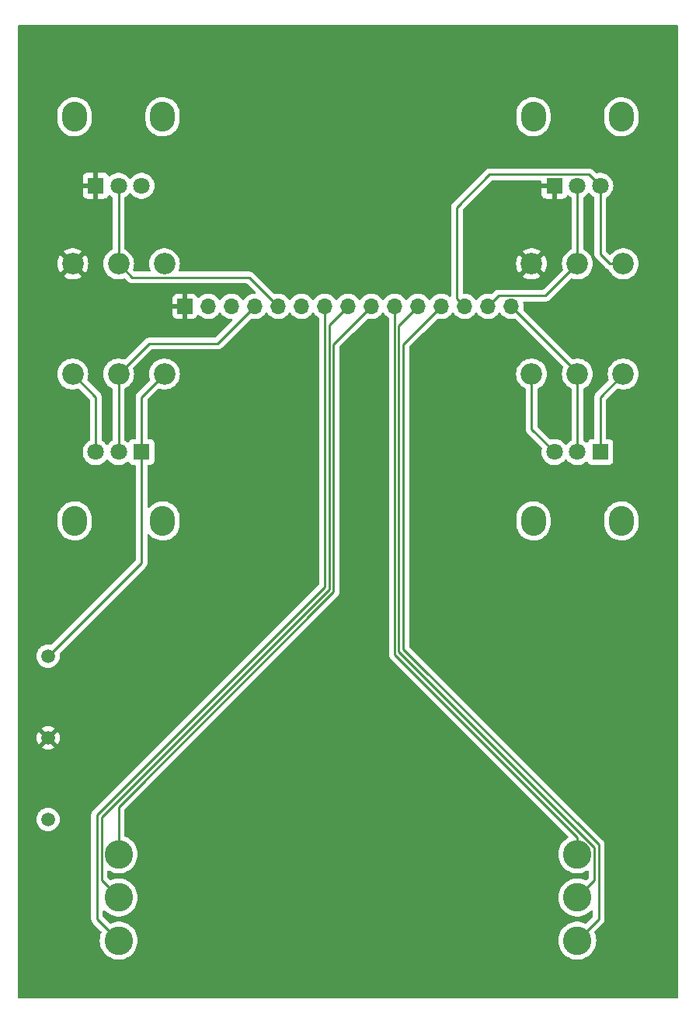
<source format=gtl>
G04 #@! TF.GenerationSoftware,KiCad,Pcbnew,7.0.0-rc2-unknown-92a61b187f~165~ubuntu22.04.1*
G04 #@! TF.CreationDate,2023-02-10T21:55:46-05:00*
G04 #@! TF.ProjectId,dualvca_b2,6475616c-7663-4615-9f62-322e6b696361,rev?*
G04 #@! TF.SameCoordinates,Original*
G04 #@! TF.FileFunction,Copper,L1,Top*
G04 #@! TF.FilePolarity,Positive*
%FSLAX46Y46*%
G04 Gerber Fmt 4.6, Leading zero omitted, Abs format (unit mm)*
G04 Created by KiCad (PCBNEW 7.0.0-rc2-unknown-92a61b187f~165~ubuntu22.04.1) date 2023-02-10 21:55:46*
%MOMM*%
%LPD*%
G01*
G04 APERTURE LIST*
G04 #@! TA.AperFunction,ComponentPad*
%ADD10O,2.720000X3.240000*%
G04 #@! TD*
G04 #@! TA.AperFunction,ComponentPad*
%ADD11R,1.800000X1.800000*%
G04 #@! TD*
G04 #@! TA.AperFunction,ComponentPad*
%ADD12C,1.800000*%
G04 #@! TD*
G04 #@! TA.AperFunction,ComponentPad*
%ADD13C,2.340000*%
G04 #@! TD*
G04 #@! TA.AperFunction,ComponentPad*
%ADD14C,1.500000*%
G04 #@! TD*
G04 #@! TA.AperFunction,ComponentPad*
%ADD15C,3.100000*%
G04 #@! TD*
G04 #@! TA.AperFunction,ComponentPad*
%ADD16R,1.700000X1.700000*%
G04 #@! TD*
G04 #@! TA.AperFunction,ComponentPad*
%ADD17O,1.700000X1.700000*%
G04 #@! TD*
G04 #@! TA.AperFunction,Conductor*
%ADD18C,0.250000*%
G04 #@! TD*
G04 APERTURE END LIST*
D10*
G04 #@! TO.P,RV101,*
G04 #@! TO.N,*
X120199999Y-56999999D03*
X129799999Y-56999999D03*
D11*
G04 #@! TO.P,RV101,1,1*
G04 #@! TO.N,Board_0-GND1*
X122499999Y-64499999D03*
D12*
G04 #@! TO.P,RV101,2,2*
G04 #@! TO.N,Board_0-/Pots and switches PCB/CV1AA_P*
X125000000Y-64500000D03*
G04 #@! TO.P,RV101,3,3*
G04 #@! TO.N,Board_0-/Pots and switches PCB/CV1A_P*
X127500000Y-64500000D03*
G04 #@! TD*
D13*
G04 #@! TO.P,RV105,1,1*
G04 #@! TO.N,Board_0-GND1*
X170000000Y-73000000D03*
G04 #@! TO.P,RV105,2,2*
G04 #@! TO.N,Board_0-/Pots and switches PCB/CV1AB_P*
X175000000Y-73000000D03*
G04 #@! TO.P,RV105,3,3*
G04 #@! TO.N,Board_0-/Pots and switches PCB/CV1B_P*
X180000000Y-73000000D03*
G04 #@! TD*
D14*
G04 #@! TO.P,TP106,1,1*
G04 #@! TO.N,Board_0-GND1*
X117310000Y-124620000D03*
G04 #@! TD*
D13*
G04 #@! TO.P,RV104,1,1*
G04 #@! TO.N,Board_0--12V_1*
X130000000Y-85000000D03*
G04 #@! TO.P,RV104,2,2*
G04 #@! TO.N,Board_0-/Pots and switches PCB/CVOFFSA_P*
X125000000Y-85000000D03*
G04 #@! TO.P,RV104,3,3*
G04 #@! TO.N,Board_0-+12V_1*
X120000000Y-85000000D03*
G04 #@! TD*
D15*
G04 #@! TO.P,SW2,1,A*
G04 #@! TO.N,Board_0-/Pots and switches PCB/LOGB_P*
X175000000Y-146700000D03*
G04 #@! TO.P,SW2,2,B*
G04 #@! TO.N,Board_0-/Pots and switches PCB/LLSWB_P*
X175000000Y-142000000D03*
G04 #@! TO.P,SW2,3,C*
G04 #@! TO.N,Board_0-/Pots and switches PCB/LINB_P*
X175000000Y-137300000D03*
G04 #@! TD*
D13*
G04 #@! TO.P,RV106,1,1*
G04 #@! TO.N,Board_0--12V_1*
X180000000Y-85000000D03*
G04 #@! TO.P,RV106,2,2*
G04 #@! TO.N,Board_0-/Pots and switches PCB/CVOFFSB_P*
X175000000Y-85000000D03*
G04 #@! TO.P,RV106,3,3*
G04 #@! TO.N,Board_0-+12V_1*
X170000000Y-85000000D03*
G04 #@! TD*
G04 #@! TO.P,RV103,1,1*
G04 #@! TO.N,Board_0-GND1*
X120000000Y-73000000D03*
G04 #@! TO.P,RV103,2,2*
G04 #@! TO.N,Board_0-/Pots and switches PCB/CV1AA_P*
X125000000Y-73000000D03*
G04 #@! TO.P,RV103,3,3*
G04 #@! TO.N,Board_0-/Pots and switches PCB/CV1A_P*
X130000000Y-73000000D03*
G04 #@! TD*
D14*
G04 #@! TO.P,TP104,1,1*
G04 #@! TO.N,Board_0-+12V_1*
X117310000Y-133510000D03*
G04 #@! TD*
D10*
G04 #@! TO.P,RV32,*
G04 #@! TO.N,*
X179799999Y-100999999D03*
X170199999Y-100999999D03*
D11*
G04 #@! TO.P,RV32,1,1*
G04 #@! TO.N,Board_0--12V_1*
X177499999Y-93499999D03*
D12*
G04 #@! TO.P,RV32,2,2*
G04 #@! TO.N,Board_0-/Pots and switches PCB/CVOFFSB_P*
X175000000Y-93500000D03*
G04 #@! TO.P,RV32,3,3*
G04 #@! TO.N,Board_0-+12V_1*
X172500000Y-93500000D03*
G04 #@! TD*
D14*
G04 #@! TO.P,TP105,1,1*
G04 #@! TO.N,Board_0--12V_1*
X117310000Y-115730000D03*
G04 #@! TD*
D10*
G04 #@! TO.P,RV10,*
G04 #@! TO.N,*
X129799999Y-100999999D03*
X120199999Y-100999999D03*
D11*
G04 #@! TO.P,RV10,1,1*
G04 #@! TO.N,Board_0--12V_1*
X127499999Y-93499999D03*
D12*
G04 #@! TO.P,RV10,2,2*
G04 #@! TO.N,Board_0-/Pots and switches PCB/CVOFFSA_P*
X125000000Y-93500000D03*
G04 #@! TO.P,RV10,3,3*
G04 #@! TO.N,Board_0-+12V_1*
X122500000Y-93500000D03*
G04 #@! TD*
D10*
G04 #@! TO.P,RV102,*
G04 #@! TO.N,*
X170199999Y-56999999D03*
X179799999Y-56999999D03*
D11*
G04 #@! TO.P,RV102,1,1*
G04 #@! TO.N,Board_0-GND1*
X172499999Y-64499999D03*
D12*
G04 #@! TO.P,RV102,2,2*
G04 #@! TO.N,Board_0-/Pots and switches PCB/CV1AB_P*
X175000000Y-64500000D03*
G04 #@! TO.P,RV102,3,3*
G04 #@! TO.N,Board_0-/Pots and switches PCB/CV1B_P*
X177500000Y-64500000D03*
G04 #@! TD*
D15*
G04 #@! TO.P,SW1,1,A*
G04 #@! TO.N,Board_0-/Pots and switches PCB/LOGA_P*
X125000000Y-146700000D03*
G04 #@! TO.P,SW1,2,B*
G04 #@! TO.N,Board_0-/Pots and switches PCB/LLSWA_P*
X125000000Y-142000000D03*
G04 #@! TO.P,SW1,3,C*
G04 #@! TO.N,Board_0-/Pots and switches PCB/LINA_P*
X125000000Y-137300000D03*
G04 #@! TD*
D16*
G04 #@! TO.P,J102,1,Pin_1*
G04 #@! TO.N,Board_0-GND1*
X132224999Y-77629999D03*
D17*
G04 #@! TO.P,J102,2,Pin_2*
G04 #@! TO.N,Board_0--12V_1*
X134764999Y-77629999D03*
G04 #@! TO.P,J102,3,Pin_3*
G04 #@! TO.N,Board_0-+12V_1*
X137304999Y-77629999D03*
G04 #@! TO.P,J102,4,Pin_4*
G04 #@! TO.N,Board_0-/Pots and switches PCB/CVOFFSA_P*
X139844999Y-77629999D03*
G04 #@! TO.P,J102,5,Pin_5*
G04 #@! TO.N,Board_0-/Pots and switches PCB/CV1AA_P*
X142384999Y-77629999D03*
G04 #@! TO.P,J102,6,Pin_6*
G04 #@! TO.N,Board_0-/Pots and switches PCB/CV1A_P*
X144924999Y-77629999D03*
G04 #@! TO.P,J102,7,Pin_7*
G04 #@! TO.N,Board_0-/Pots and switches PCB/LOGA_P*
X147464999Y-77629999D03*
G04 #@! TO.P,J102,8,Pin_8*
G04 #@! TO.N,Board_0-/Pots and switches PCB/LLSWA_P*
X150004999Y-77629999D03*
G04 #@! TO.P,J102,9,Pin_9*
G04 #@! TO.N,Board_0-/Pots and switches PCB/LINA_P*
X152544999Y-77629999D03*
G04 #@! TO.P,J102,10,Pin_10*
G04 #@! TO.N,Board_0-/Pots and switches PCB/LINB_P*
X155084999Y-77629999D03*
G04 #@! TO.P,J102,11,Pin_11*
G04 #@! TO.N,Board_0-/Pots and switches PCB/LLSWB_P*
X157624999Y-77629999D03*
G04 #@! TO.P,J102,12,Pin_12*
G04 #@! TO.N,Board_0-/Pots and switches PCB/LOGB_P*
X160164999Y-77629999D03*
G04 #@! TO.P,J102,13,Pin_13*
G04 #@! TO.N,Board_0-/Pots and switches PCB/CV1B_P*
X162704999Y-77629999D03*
G04 #@! TO.P,J102,14,Pin_14*
G04 #@! TO.N,Board_0-/Pots and switches PCB/CV1AB_P*
X165244999Y-77629999D03*
G04 #@! TO.P,J102,15,Pin_15*
G04 #@! TO.N,Board_0-/Pots and switches PCB/CVOFFSB_P*
X167784999Y-77629999D03*
G04 #@! TD*
D18*
G04 #@! TO.N,Board_0-+12V_1*
X170000000Y-91000000D02*
X170000000Y-85000000D01*
X122500000Y-87500000D02*
X122500000Y-93500000D01*
X172500000Y-93500000D02*
X170000000Y-91000000D01*
X120000000Y-85000000D02*
X122500000Y-87500000D01*
G04 #@! TO.N,Board_0--12V_1*
X127500000Y-87500000D02*
X130000000Y-85000000D01*
X127500000Y-93500000D02*
X127500000Y-105540000D01*
X177500000Y-87500000D02*
X180000000Y-85000000D01*
X127500000Y-105540000D02*
X117310000Y-115730000D01*
X127500000Y-93500000D02*
X127500000Y-87500000D01*
X177500000Y-93500000D02*
X177500000Y-87500000D01*
G04 #@! TO.N,Board_0-/Pots and switches PCB/CV1AA_P*
X125000000Y-64500000D02*
X125000000Y-73000000D01*
X139250000Y-74495000D02*
X142385000Y-77630000D01*
X126495000Y-74495000D02*
X139250000Y-74495000D01*
X125000000Y-73000000D02*
X126495000Y-74495000D01*
G04 #@! TO.N,Board_0-/Pots and switches PCB/CV1AB_P*
X166420000Y-76455000D02*
X165245000Y-77630000D01*
X175000000Y-73000000D02*
X171545000Y-76455000D01*
X175000000Y-64500000D02*
X175000000Y-73000000D01*
X171545000Y-76455000D02*
X166420000Y-76455000D01*
G04 #@! TO.N,Board_0-/Pots and switches PCB/CV1B_P*
X176275489Y-63275489D02*
X165446511Y-63275489D01*
X161855000Y-76780000D02*
X162705000Y-77630000D01*
X161855000Y-66867000D02*
X161855000Y-76780000D01*
X177500000Y-64500000D02*
X176275489Y-63275489D01*
X177500000Y-71950000D02*
X177500000Y-64500000D01*
X165446511Y-63275489D02*
X161855000Y-66867000D01*
X178550000Y-73000000D02*
X177500000Y-71950000D01*
X180000000Y-73000000D02*
X178550000Y-73000000D01*
G04 #@! TO.N,Board_0-/Pots and switches PCB/CVOFFSA_P*
X135781000Y-81694000D02*
X139845000Y-77630000D01*
X125000000Y-85000000D02*
X128306000Y-81694000D01*
X125000000Y-93500000D02*
X125000000Y-85000000D01*
X128306000Y-81694000D02*
X135781000Y-81694000D01*
G04 #@! TO.N,Board_0-/Pots and switches PCB/CVOFFSB_P*
X175000000Y-85000000D02*
X175000000Y-93500000D01*
X175000000Y-84845000D02*
X167785000Y-77630000D01*
X175000000Y-85000000D02*
X175000000Y-84845000D01*
G04 #@! TO.N,Board_0-/Pots and switches PCB/LINA_P*
X148425000Y-81750000D02*
X148425000Y-108745000D01*
X125000000Y-132170000D02*
X125000000Y-137300000D01*
X152545000Y-77630000D02*
X148425000Y-81750000D01*
X148425000Y-108745000D02*
X125000000Y-132170000D01*
G04 #@! TO.N,Board_0-/Pots and switches PCB/LINB_P*
X155085000Y-115532000D02*
X175000000Y-135447000D01*
X175000000Y-135447000D02*
X175000000Y-137300000D01*
X155085000Y-77630000D02*
X155085000Y-115532000D01*
G04 #@! TO.N,Board_0-/Pots and switches PCB/LLSWA_P*
X150005000Y-77630000D02*
X147975489Y-79659511D01*
X147975489Y-108432511D02*
X123125000Y-133283000D01*
X147975489Y-79659511D02*
X147975489Y-108432511D01*
X123125000Y-140125000D02*
X125000000Y-142000000D01*
X123125000Y-133283000D02*
X123125000Y-140125000D01*
G04 #@! TO.N,Board_0-/Pots and switches PCB/LLSWB_P*
X157625000Y-77630000D02*
X155537000Y-79718000D01*
X155537000Y-79718000D02*
X155537000Y-115185349D01*
X176875000Y-136523349D02*
X176875000Y-140125000D01*
X155537000Y-115185349D02*
X176875000Y-136523349D01*
X176875000Y-140125000D02*
X175000000Y-142000000D01*
G04 #@! TO.N,Board_0-/Pots and switches PCB/LOGA_P*
X147465000Y-108181000D02*
X122644000Y-133002000D01*
X122644000Y-133002000D02*
X122644000Y-144344000D01*
X147465000Y-77630000D02*
X147465000Y-108181000D01*
X122644000Y-144344000D02*
X125000000Y-146700000D01*
G04 #@! TO.N,Board_0-/Pots and switches PCB/LOGB_P*
X177325000Y-136248000D02*
X177325000Y-144375000D01*
X156045000Y-114968000D02*
X177325000Y-136248000D01*
X177325000Y-144375000D02*
X175000000Y-146700000D01*
X160165000Y-77630000D02*
X156045000Y-81750000D01*
X156045000Y-81750000D02*
X156045000Y-114968000D01*
G04 #@! TD*
G04 #@! TA.AperFunction,Conductor*
G04 #@! TO.N,Board_0-GND1*
G36*
X171029000Y-63925870D02*
G01*
X171075119Y-63971989D01*
X171092000Y-64034989D01*
X171092000Y-64229410D01*
X171095506Y-64242493D01*
X171108590Y-64246000D01*
X172628000Y-64246000D01*
X172691000Y-64262881D01*
X172737119Y-64309000D01*
X172754000Y-64372000D01*
X172754000Y-65891410D01*
X172757506Y-65904493D01*
X172770590Y-65908000D01*
X173445223Y-65908000D01*
X173451938Y-65907640D01*
X173501257Y-65902337D01*
X173516478Y-65898740D01*
X173637519Y-65853594D01*
X173653175Y-65845045D01*
X173755692Y-65768302D01*
X173768302Y-65755692D01*
X173845045Y-65653175D01*
X173853595Y-65637518D01*
X173864414Y-65608512D01*
X173897045Y-65559923D01*
X173948109Y-65531319D01*
X174006587Y-65528873D01*
X174059858Y-65553110D01*
X174226983Y-65683190D01*
X174231561Y-65685667D01*
X174231568Y-65685672D01*
X174300470Y-65722960D01*
X174348741Y-65769276D01*
X174366500Y-65833773D01*
X174366500Y-71362912D01*
X174347187Y-71429948D01*
X174295169Y-71476434D01*
X174162645Y-71540254D01*
X174162642Y-71540255D01*
X174158397Y-71542300D01*
X174154508Y-71544950D01*
X174154500Y-71544956D01*
X173954433Y-71681360D01*
X173954432Y-71681361D01*
X173950538Y-71684016D01*
X173947094Y-71687210D01*
X173947082Y-71687221D01*
X173769582Y-71851917D01*
X173769577Y-71851921D01*
X173766122Y-71855128D01*
X173763186Y-71858809D01*
X173763181Y-71858815D01*
X173615494Y-72044010D01*
X173609269Y-72051816D01*
X173606919Y-72055885D01*
X173606913Y-72055895D01*
X173485842Y-72265596D01*
X173485835Y-72265608D01*
X173483483Y-72269684D01*
X173481760Y-72274073D01*
X173481759Y-72274076D01*
X173393297Y-72499472D01*
X173393295Y-72499478D01*
X173391573Y-72503866D01*
X173390524Y-72508461D01*
X173390523Y-72508465D01*
X173362999Y-72629059D01*
X173335593Y-72749131D01*
X173335240Y-72753830D01*
X173335240Y-72753836D01*
X173317672Y-72988270D01*
X173316793Y-73000000D01*
X173317145Y-73004697D01*
X173335234Y-73246088D01*
X173335593Y-73250869D01*
X173336642Y-73255468D01*
X173336643Y-73255470D01*
X173390489Y-73491386D01*
X173391573Y-73496134D01*
X173393294Y-73500519D01*
X173393298Y-73500532D01*
X173422422Y-73574739D01*
X173431122Y-73622342D01*
X173421238Y-73669714D01*
X173394227Y-73709866D01*
X171319500Y-75784595D01*
X171278623Y-75811909D01*
X171230405Y-75821500D01*
X166498767Y-75821500D01*
X166487583Y-75820972D01*
X166480091Y-75819298D01*
X166472165Y-75819547D01*
X166412001Y-75821438D01*
X166408043Y-75821500D01*
X166380144Y-75821500D01*
X166376219Y-75821995D01*
X166376198Y-75821997D01*
X166376124Y-75822007D01*
X166364313Y-75822936D01*
X166328034Y-75824076D01*
X166328026Y-75824077D01*
X166320111Y-75824326D01*
X166312500Y-75826536D01*
X166312493Y-75826538D01*
X166300648Y-75829979D01*
X166281303Y-75833985D01*
X166269072Y-75835530D01*
X166269059Y-75835533D01*
X166261203Y-75836526D01*
X166253839Y-75839441D01*
X166253829Y-75839444D01*
X166220092Y-75852802D01*
X166208865Y-75856646D01*
X166174018Y-75866770D01*
X166174013Y-75866772D01*
X166166407Y-75868982D01*
X166159590Y-75873012D01*
X166159581Y-75873017D01*
X166148960Y-75879298D01*
X166131221Y-75887989D01*
X166119749Y-75892531D01*
X166119746Y-75892532D01*
X166112383Y-75895448D01*
X166105976Y-75900102D01*
X166105972Y-75900105D01*
X166076611Y-75921437D01*
X166066693Y-75927951D01*
X166035465Y-75946419D01*
X166035457Y-75946425D01*
X166028638Y-75950458D01*
X166023036Y-75956058D01*
X166023029Y-75956065D01*
X166014308Y-75964786D01*
X165999287Y-75977615D01*
X165989307Y-75984866D01*
X165989298Y-75984873D01*
X165982893Y-75989528D01*
X165977845Y-75995628D01*
X165977836Y-75995638D01*
X165954700Y-76023604D01*
X165946713Y-76032381D01*
X165702440Y-76276654D01*
X165646793Y-76309038D01*
X165582959Y-76309697D01*
X165579635Y-76308556D01*
X165574498Y-76307698D01*
X165574495Y-76307698D01*
X165362706Y-76272357D01*
X165362703Y-76272356D01*
X165357569Y-76271500D01*
X165132431Y-76271500D01*
X165127297Y-76272356D01*
X165127293Y-76272357D01*
X164915504Y-76307698D01*
X164915498Y-76307699D01*
X164910365Y-76308556D01*
X164905443Y-76310245D01*
X164905434Y-76310248D01*
X164702357Y-76379964D01*
X164702344Y-76379969D01*
X164697426Y-76381658D01*
X164692847Y-76384135D01*
X164692840Y-76384139D01*
X164504005Y-76486331D01*
X164503997Y-76486336D01*
X164499424Y-76488811D01*
X164495313Y-76492010D01*
X164495311Y-76492012D01*
X164325878Y-76623888D01*
X164325872Y-76623893D01*
X164321760Y-76627094D01*
X164318237Y-76630919D01*
X164318227Y-76630930D01*
X164172806Y-76788899D01*
X164172802Y-76788902D01*
X164169278Y-76792732D01*
X164166430Y-76797090D01*
X164166427Y-76797095D01*
X164080483Y-76928643D01*
X164034969Y-76970542D01*
X163975000Y-76985728D01*
X163915031Y-76970542D01*
X163869517Y-76928643D01*
X163860185Y-76914360D01*
X163780722Y-76792732D01*
X163713683Y-76719909D01*
X163631772Y-76630930D01*
X163631767Y-76630925D01*
X163628240Y-76627094D01*
X163450576Y-76488811D01*
X163445997Y-76486333D01*
X163445994Y-76486331D01*
X163257159Y-76384139D01*
X163257156Y-76384137D01*
X163252574Y-76381658D01*
X163247650Y-76379967D01*
X163247642Y-76379964D01*
X163044565Y-76310248D01*
X163044559Y-76310246D01*
X163039635Y-76308556D01*
X163034498Y-76307698D01*
X163034495Y-76307698D01*
X162822706Y-76272357D01*
X162822703Y-76272356D01*
X162817569Y-76271500D01*
X162614500Y-76271500D01*
X162551500Y-76254619D01*
X162505381Y-76208500D01*
X162488500Y-76145500D01*
X162488500Y-74352841D01*
X169009826Y-74352841D01*
X169017493Y-74361027D01*
X169154746Y-74454604D01*
X169162899Y-74459312D01*
X169380990Y-74564340D01*
X169389747Y-74567776D01*
X169621061Y-74639127D01*
X169630218Y-74641217D01*
X169869589Y-74677297D01*
X169878967Y-74678000D01*
X170121033Y-74678000D01*
X170130410Y-74677297D01*
X170369781Y-74641217D01*
X170378938Y-74639127D01*
X170610254Y-74567776D01*
X170619010Y-74564339D01*
X170837103Y-74459311D01*
X170845247Y-74454609D01*
X170982506Y-74361026D01*
X170990172Y-74352842D01*
X170984158Y-74343369D01*
X170011729Y-73370939D01*
X170000000Y-73364167D01*
X169988270Y-73370939D01*
X169015840Y-74343369D01*
X169009826Y-74352841D01*
X162488500Y-74352841D01*
X162488500Y-73004697D01*
X168317647Y-73004697D01*
X168335736Y-73246088D01*
X168337139Y-73255395D01*
X168391003Y-73491386D01*
X168393777Y-73500379D01*
X168482211Y-73725705D01*
X168486294Y-73734185D01*
X168607323Y-73943812D01*
X168612627Y-73951592D01*
X168635505Y-73980280D01*
X168646924Y-73988382D01*
X168659177Y-73981610D01*
X169629059Y-73011729D01*
X169635831Y-73000000D01*
X170364167Y-73000000D01*
X170370939Y-73011729D01*
X171340822Y-73981611D01*
X171353075Y-73988383D01*
X171364491Y-73980283D01*
X171387377Y-73951586D01*
X171392674Y-73943816D01*
X171513705Y-73734185D01*
X171517788Y-73725705D01*
X171606222Y-73500379D01*
X171608996Y-73491386D01*
X171662860Y-73255395D01*
X171664263Y-73246088D01*
X171682353Y-73004697D01*
X171682353Y-72995303D01*
X171664263Y-72753911D01*
X171662860Y-72744604D01*
X171608996Y-72508613D01*
X171606222Y-72499620D01*
X171517788Y-72274294D01*
X171513705Y-72265814D01*
X171392671Y-72056179D01*
X171387380Y-72048418D01*
X171364491Y-72019715D01*
X171353074Y-72011615D01*
X171340822Y-72018387D01*
X170370939Y-72988270D01*
X170364167Y-73000000D01*
X169635831Y-73000000D01*
X169629059Y-72988270D01*
X168659177Y-72018388D01*
X168646924Y-72011616D01*
X168635506Y-72019717D01*
X168612624Y-72048412D01*
X168607325Y-72056183D01*
X168486294Y-72265814D01*
X168482211Y-72274294D01*
X168393777Y-72499620D01*
X168391003Y-72508613D01*
X168337139Y-72744604D01*
X168335736Y-72753911D01*
X168317647Y-72995303D01*
X168317647Y-73004697D01*
X162488500Y-73004697D01*
X162488500Y-71647157D01*
X169009826Y-71647157D01*
X169015840Y-71656629D01*
X169988270Y-72629059D01*
X170000000Y-72635831D01*
X170011729Y-72629059D01*
X170984158Y-71656629D01*
X170990172Y-71647157D01*
X170982504Y-71638970D01*
X170845249Y-71545391D01*
X170837104Y-71540689D01*
X170619010Y-71435660D01*
X170610254Y-71432223D01*
X170378938Y-71360872D01*
X170369781Y-71358782D01*
X170130410Y-71322702D01*
X170121033Y-71322000D01*
X169878967Y-71322000D01*
X169869589Y-71322702D01*
X169630218Y-71358782D01*
X169621061Y-71360872D01*
X169389747Y-71432223D01*
X169380990Y-71435659D01*
X169162899Y-71540687D01*
X169154745Y-71545395D01*
X169017493Y-71638971D01*
X169009826Y-71647157D01*
X162488500Y-71647157D01*
X162488500Y-67181594D01*
X162498091Y-67133376D01*
X162525405Y-67092499D01*
X164172681Y-65445223D01*
X171092000Y-65445223D01*
X171092359Y-65451938D01*
X171097662Y-65501257D01*
X171101259Y-65516478D01*
X171146405Y-65637519D01*
X171154954Y-65653175D01*
X171231697Y-65755692D01*
X171244307Y-65768302D01*
X171346824Y-65845045D01*
X171362480Y-65853594D01*
X171483521Y-65898740D01*
X171498742Y-65902337D01*
X171548061Y-65907640D01*
X171554777Y-65908000D01*
X172229410Y-65908000D01*
X172242493Y-65904493D01*
X172246000Y-65891410D01*
X172246000Y-64770590D01*
X172242493Y-64757506D01*
X172229410Y-64754000D01*
X171108590Y-64754000D01*
X171095506Y-64757506D01*
X171092000Y-64770590D01*
X171092000Y-65445223D01*
X164172681Y-65445223D01*
X165672010Y-63945894D01*
X165712887Y-63918580D01*
X165761105Y-63908989D01*
X170966000Y-63908989D01*
X171029000Y-63925870D01*
G37*
G04 #@! TD.AperFunction*
G04 #@! TA.AperFunction,Conductor*
G36*
X185936500Y-47017381D02*
G01*
X185982619Y-47063500D01*
X185999500Y-47126500D01*
X185999500Y-152873500D01*
X185982619Y-152936500D01*
X185936500Y-152982619D01*
X185873500Y-152999500D01*
X114126500Y-152999500D01*
X114063500Y-152982619D01*
X114017381Y-152936500D01*
X114000500Y-152873500D01*
X114000500Y-133510000D01*
X116046693Y-133510000D01*
X116047172Y-133515475D01*
X116065405Y-133723894D01*
X116065406Y-133723903D01*
X116065885Y-133729371D01*
X116067305Y-133734673D01*
X116067307Y-133734680D01*
X116121456Y-133936764D01*
X116121458Y-133936770D01*
X116122880Y-133942076D01*
X116125202Y-133947055D01*
X116125204Y-133947061D01*
X116213618Y-134136666D01*
X116215944Y-134141654D01*
X116219097Y-134146157D01*
X116219100Y-134146162D01*
X116292223Y-134250591D01*
X116342251Y-134322038D01*
X116497962Y-134477749D01*
X116678346Y-134604056D01*
X116877924Y-134697120D01*
X117090629Y-134754115D01*
X117310000Y-134773307D01*
X117529371Y-134754115D01*
X117742076Y-134697120D01*
X117941654Y-134604056D01*
X118122038Y-134477749D01*
X118277749Y-134322038D01*
X118404056Y-134141654D01*
X118497120Y-133942076D01*
X118554115Y-133729371D01*
X118573307Y-133510000D01*
X118554115Y-133290629D01*
X118497120Y-133077924D01*
X118404056Y-132878347D01*
X118400584Y-132873389D01*
X118352879Y-132805259D01*
X118277749Y-132697962D01*
X118122038Y-132542251D01*
X117970834Y-132436376D01*
X117946162Y-132419100D01*
X117946157Y-132419097D01*
X117941654Y-132415944D01*
X117936666Y-132413618D01*
X117747061Y-132325204D01*
X117747055Y-132325202D01*
X117742076Y-132322880D01*
X117736770Y-132321458D01*
X117736764Y-132321456D01*
X117534680Y-132267307D01*
X117534673Y-132267305D01*
X117529371Y-132265885D01*
X117523903Y-132265406D01*
X117523894Y-132265405D01*
X117315475Y-132247172D01*
X117310000Y-132246693D01*
X117304525Y-132247172D01*
X117096105Y-132265405D01*
X117096094Y-132265406D01*
X117090629Y-132265885D01*
X117085328Y-132267305D01*
X117085319Y-132267307D01*
X116883235Y-132321456D01*
X116883225Y-132321459D01*
X116877924Y-132322880D01*
X116872947Y-132325200D01*
X116872938Y-132325204D01*
X116683334Y-132413618D01*
X116683329Y-132413620D01*
X116678347Y-132415944D01*
X116673848Y-132419094D01*
X116673838Y-132419100D01*
X116502473Y-132539092D01*
X116502470Y-132539094D01*
X116497962Y-132542251D01*
X116494070Y-132546142D01*
X116494064Y-132546148D01*
X116346148Y-132694064D01*
X116346142Y-132694070D01*
X116342251Y-132697962D01*
X116339094Y-132702470D01*
X116339092Y-132702473D01*
X116219100Y-132873838D01*
X116219094Y-132873848D01*
X116215944Y-132878347D01*
X116213620Y-132883329D01*
X116213618Y-132883334D01*
X116125204Y-133072938D01*
X116125200Y-133072947D01*
X116122880Y-133077924D01*
X116121459Y-133083225D01*
X116121456Y-133083235D01*
X116067307Y-133285319D01*
X116067305Y-133285328D01*
X116065885Y-133290629D01*
X116065406Y-133296094D01*
X116065405Y-133296105D01*
X116047394Y-133501976D01*
X116046693Y-133510000D01*
X114000500Y-133510000D01*
X114000500Y-125670870D01*
X116621762Y-125670870D01*
X116629314Y-125679112D01*
X116674085Y-125710461D01*
X116683586Y-125715947D01*
X116873112Y-125804325D01*
X116883404Y-125808071D01*
X117085401Y-125862195D01*
X117096196Y-125864099D01*
X117304525Y-125882326D01*
X117315475Y-125882326D01*
X117523803Y-125864099D01*
X117534598Y-125862195D01*
X117736595Y-125808071D01*
X117746887Y-125804325D01*
X117936413Y-125715947D01*
X117945914Y-125710461D01*
X117990683Y-125679112D01*
X117998236Y-125670870D01*
X117992229Y-125661440D01*
X117321730Y-124990940D01*
X117309999Y-124984167D01*
X117298270Y-124990939D01*
X116627772Y-125661437D01*
X116621762Y-125670870D01*
X114000500Y-125670870D01*
X114000500Y-124625475D01*
X116047674Y-124625475D01*
X116065900Y-124833803D01*
X116067804Y-124844598D01*
X116121928Y-125046595D01*
X116125674Y-125056887D01*
X116214053Y-125246415D01*
X116219535Y-125255911D01*
X116250886Y-125300684D01*
X116259128Y-125308236D01*
X116268558Y-125302229D01*
X116939058Y-124631730D01*
X116945831Y-124619999D01*
X117674167Y-124619999D01*
X117680939Y-124631728D01*
X118351437Y-125302226D01*
X118360870Y-125308236D01*
X118369112Y-125300683D01*
X118400461Y-125255914D01*
X118405947Y-125246413D01*
X118494325Y-125056887D01*
X118498071Y-125046595D01*
X118552195Y-124844598D01*
X118554099Y-124833803D01*
X118572326Y-124625475D01*
X118572326Y-124614525D01*
X118554099Y-124406196D01*
X118552195Y-124395401D01*
X118498071Y-124193404D01*
X118494325Y-124183112D01*
X118405946Y-123993585D01*
X118400464Y-123984089D01*
X118369112Y-123939314D01*
X118360870Y-123931762D01*
X118351440Y-123937769D01*
X117680940Y-124608268D01*
X117674167Y-124619999D01*
X116945831Y-124619999D01*
X116939059Y-124608270D01*
X116268560Y-123937771D01*
X116259128Y-123931762D01*
X116250887Y-123939313D01*
X116219533Y-123984092D01*
X116214054Y-123993583D01*
X116125674Y-124183112D01*
X116121928Y-124193404D01*
X116067804Y-124395401D01*
X116065900Y-124406196D01*
X116047674Y-124614525D01*
X116047674Y-124625475D01*
X114000500Y-124625475D01*
X114000500Y-123569128D01*
X116621762Y-123569128D01*
X116627771Y-123578560D01*
X117298270Y-124249059D01*
X117309999Y-124255831D01*
X117321730Y-124249058D01*
X117992229Y-123578558D01*
X117998236Y-123569128D01*
X117990684Y-123560886D01*
X117945911Y-123529535D01*
X117936415Y-123524053D01*
X117746887Y-123435674D01*
X117736595Y-123431928D01*
X117534598Y-123377804D01*
X117523803Y-123375900D01*
X117315475Y-123357674D01*
X117304525Y-123357674D01*
X117096196Y-123375900D01*
X117085401Y-123377804D01*
X116883404Y-123431928D01*
X116873112Y-123435674D01*
X116683583Y-123524054D01*
X116674092Y-123529533D01*
X116629313Y-123560887D01*
X116621762Y-123569128D01*
X114000500Y-123569128D01*
X114000500Y-115730000D01*
X116046693Y-115730000D01*
X116047172Y-115735475D01*
X116065405Y-115943894D01*
X116065406Y-115943903D01*
X116065885Y-115949371D01*
X116067305Y-115954673D01*
X116067307Y-115954680D01*
X116121456Y-116156764D01*
X116121458Y-116156770D01*
X116122880Y-116162076D01*
X116125202Y-116167055D01*
X116125204Y-116167061D01*
X116213618Y-116356666D01*
X116215944Y-116361654D01*
X116219097Y-116366157D01*
X116219100Y-116366162D01*
X116292223Y-116470591D01*
X116342251Y-116542038D01*
X116497962Y-116697749D01*
X116678346Y-116824056D01*
X116877924Y-116917120D01*
X117090629Y-116974115D01*
X117310000Y-116993307D01*
X117529371Y-116974115D01*
X117742076Y-116917120D01*
X117941654Y-116824056D01*
X118122038Y-116697749D01*
X118277749Y-116542038D01*
X118404056Y-116361654D01*
X118497120Y-116162076D01*
X118554115Y-115949371D01*
X118573307Y-115730000D01*
X118554115Y-115510629D01*
X118545714Y-115479280D01*
X118545714Y-115414061D01*
X118578324Y-115357578D01*
X127892259Y-106043643D01*
X127900533Y-106036114D01*
X127907018Y-106032000D01*
X127953676Y-105982312D01*
X127956368Y-105979534D01*
X127976134Y-105959770D01*
X127978601Y-105956588D01*
X127986310Y-105947561D01*
X128016586Y-105915321D01*
X128026345Y-105897567D01*
X128037199Y-105881043D01*
X128049613Y-105865041D01*
X128067167Y-105824475D01*
X128072392Y-105813808D01*
X128089875Y-105782008D01*
X128089874Y-105782008D01*
X128093695Y-105775060D01*
X128098732Y-105755442D01*
X128105138Y-105736730D01*
X128110032Y-105725421D01*
X128113181Y-105718145D01*
X128120096Y-105674477D01*
X128122504Y-105662853D01*
X128131529Y-105627705D01*
X128133500Y-105620030D01*
X128133500Y-105599776D01*
X128135051Y-105580065D01*
X128136980Y-105567885D01*
X128138220Y-105560057D01*
X128134058Y-105516038D01*
X128133500Y-105504181D01*
X128133500Y-102528378D01*
X128148732Y-102468324D01*
X128190747Y-102422789D01*
X128249384Y-102402785D01*
X128310468Y-102413147D01*
X128359228Y-102451370D01*
X128404671Y-102510220D01*
X128601574Y-102700059D01*
X128605314Y-102702735D01*
X128605318Y-102702738D01*
X128776415Y-102825147D01*
X128824019Y-102859205D01*
X129067266Y-102984267D01*
X129326130Y-103072579D01*
X129595093Y-103122259D01*
X129868424Y-103132248D01*
X130140296Y-103102334D01*
X130404916Y-103033153D01*
X130656643Y-102926181D01*
X130890112Y-102783697D01*
X131100347Y-102608738D01*
X131282867Y-102405033D01*
X131433783Y-102176923D01*
X131549877Y-101929271D01*
X131628676Y-101667355D01*
X131668500Y-101396757D01*
X131668500Y-100671712D01*
X131653533Y-100467217D01*
X131594063Y-100200247D01*
X131496355Y-99944781D01*
X131362493Y-99706264D01*
X131195329Y-99489780D01*
X130998426Y-99299941D01*
X130994686Y-99297265D01*
X130994681Y-99297261D01*
X130779730Y-99143477D01*
X130779728Y-99143475D01*
X130775981Y-99140795D01*
X130771885Y-99138689D01*
X130536829Y-99017838D01*
X130536824Y-99017836D01*
X130532734Y-99015733D01*
X130273870Y-98927421D01*
X130257303Y-98924360D01*
X130009436Y-98878577D01*
X130009428Y-98878576D01*
X130004907Y-98877741D01*
X130000316Y-98877573D01*
X130000305Y-98877572D01*
X129736179Y-98867920D01*
X129736176Y-98867920D01*
X129731576Y-98867752D01*
X129727008Y-98868254D01*
X129726996Y-98868255D01*
X129464277Y-98897162D01*
X129464265Y-98897164D01*
X129459704Y-98897666D01*
X129455261Y-98898827D01*
X129455253Y-98898829D01*
X129199539Y-98965682D01*
X129199535Y-98965683D01*
X129195084Y-98966847D01*
X129190857Y-98968643D01*
X129190846Y-98968647D01*
X128947588Y-99072020D01*
X128947576Y-99072025D01*
X128943357Y-99073819D01*
X128939436Y-99076211D01*
X128939430Y-99076215D01*
X128713819Y-99213903D01*
X128713809Y-99213909D01*
X128709888Y-99216303D01*
X128706361Y-99219237D01*
X128706350Y-99219246D01*
X128503187Y-99388320D01*
X128503179Y-99388327D01*
X128499653Y-99391262D01*
X128496584Y-99394686D01*
X128496581Y-99394690D01*
X128353341Y-99554556D01*
X128303650Y-99588486D01*
X128243891Y-99595503D01*
X128187691Y-99574009D01*
X128147867Y-99528904D01*
X128133500Y-99470474D01*
X128133500Y-95034500D01*
X128150381Y-94971500D01*
X128196500Y-94925381D01*
X128259500Y-94908500D01*
X128445269Y-94908500D01*
X128448638Y-94908500D01*
X128509201Y-94901989D01*
X128646204Y-94850889D01*
X128763261Y-94763261D01*
X128850889Y-94646204D01*
X128901989Y-94509201D01*
X128908500Y-94448638D01*
X128908500Y-92551362D01*
X128901989Y-92490799D01*
X128850889Y-92353796D01*
X128763261Y-92236739D01*
X128755226Y-92230724D01*
X128653417Y-92154510D01*
X128653414Y-92154508D01*
X128646204Y-92149111D01*
X128637766Y-92145964D01*
X128637763Y-92145962D01*
X128516580Y-92100763D01*
X128516578Y-92100762D01*
X128509201Y-92098011D01*
X128501373Y-92097169D01*
X128501367Y-92097168D01*
X128451988Y-92091860D01*
X128451985Y-92091859D01*
X128448638Y-92091500D01*
X128445269Y-92091500D01*
X128259500Y-92091500D01*
X128196500Y-92074619D01*
X128150381Y-92028500D01*
X128133500Y-91965500D01*
X128133500Y-87814594D01*
X128143091Y-87766376D01*
X128170405Y-87725499D01*
X128727209Y-87168695D01*
X129288570Y-86607333D01*
X129347333Y-86574135D01*
X129414799Y-86576027D01*
X129625451Y-86641005D01*
X129874214Y-86678500D01*
X130121070Y-86678500D01*
X130125786Y-86678500D01*
X130374549Y-86641005D01*
X130614945Y-86566853D01*
X130841604Y-86457700D01*
X131049462Y-86315984D01*
X131233878Y-86144872D01*
X131390731Y-85948184D01*
X131516517Y-85730316D01*
X131608427Y-85496134D01*
X131664407Y-85250869D01*
X131683207Y-85000000D01*
X131664407Y-84749131D01*
X131608427Y-84503866D01*
X131516517Y-84269684D01*
X131487238Y-84218972D01*
X131393086Y-84055895D01*
X131390731Y-84051816D01*
X131233878Y-83855128D01*
X131049462Y-83684016D01*
X131045566Y-83681360D01*
X130945532Y-83613157D01*
X130841604Y-83542300D01*
X130837357Y-83540254D01*
X130837354Y-83540253D01*
X130619194Y-83435193D01*
X130619191Y-83435192D01*
X130614945Y-83433147D01*
X130610447Y-83431759D01*
X130610438Y-83431756D01*
X130379050Y-83360383D01*
X130379045Y-83360381D01*
X130374549Y-83358995D01*
X130369895Y-83358293D01*
X130369893Y-83358293D01*
X130130447Y-83322202D01*
X130130439Y-83322201D01*
X130125786Y-83321500D01*
X129874214Y-83321500D01*
X129869561Y-83322201D01*
X129869552Y-83322202D01*
X129630106Y-83358293D01*
X129630101Y-83358294D01*
X129625451Y-83358995D01*
X129620957Y-83360381D01*
X129620949Y-83360383D01*
X129389561Y-83431756D01*
X129389548Y-83431761D01*
X129385055Y-83433147D01*
X129380812Y-83435189D01*
X129380805Y-83435193D01*
X129162645Y-83540253D01*
X129162631Y-83540260D01*
X129158397Y-83542300D01*
X129154508Y-83544950D01*
X129154500Y-83544956D01*
X128954433Y-83681360D01*
X128954432Y-83681361D01*
X128950538Y-83684016D01*
X128947094Y-83687210D01*
X128947082Y-83687221D01*
X128769582Y-83851917D01*
X128769577Y-83851921D01*
X128766122Y-83855128D01*
X128763186Y-83858809D01*
X128763181Y-83858815D01*
X128612204Y-84048135D01*
X128609269Y-84051816D01*
X128606919Y-84055885D01*
X128606913Y-84055895D01*
X128485842Y-84265596D01*
X128485835Y-84265608D01*
X128483483Y-84269684D01*
X128481760Y-84274073D01*
X128481759Y-84274076D01*
X128393297Y-84499472D01*
X128393295Y-84499478D01*
X128391573Y-84503866D01*
X128335593Y-84749131D01*
X128316793Y-85000000D01*
X128335593Y-85250869D01*
X128391573Y-85496134D01*
X128393294Y-85500519D01*
X128393298Y-85500532D01*
X128422422Y-85574739D01*
X128431122Y-85622342D01*
X128421238Y-85669714D01*
X128394227Y-85709866D01*
X127107742Y-86996351D01*
X127099459Y-87003888D01*
X127092982Y-87008000D01*
X127087563Y-87013769D01*
X127087555Y-87013777D01*
X127046370Y-87057635D01*
X127043621Y-87060472D01*
X127026667Y-87077427D01*
X127026660Y-87077434D01*
X127023865Y-87080230D01*
X127021442Y-87083352D01*
X127021426Y-87083371D01*
X127021365Y-87083451D01*
X127013690Y-87092435D01*
X126988838Y-87118902D01*
X126988835Y-87118904D01*
X126983414Y-87124679D01*
X126979600Y-87131614D01*
X126979592Y-87131627D01*
X126973650Y-87142436D01*
X126962803Y-87158949D01*
X126955243Y-87168695D01*
X126955237Y-87168704D01*
X126950386Y-87174959D01*
X126947242Y-87182223D01*
X126947238Y-87182231D01*
X126932824Y-87215540D01*
X126927604Y-87226195D01*
X126910125Y-87257989D01*
X126910121Y-87257997D01*
X126906305Y-87264940D01*
X126904333Y-87272616D01*
X126904331Y-87272624D01*
X126901266Y-87284562D01*
X126894865Y-87303259D01*
X126889968Y-87314576D01*
X126889966Y-87314581D01*
X126886819Y-87321855D01*
X126885579Y-87329680D01*
X126885577Y-87329689D01*
X126879901Y-87365524D01*
X126877495Y-87377144D01*
X126868471Y-87412289D01*
X126868469Y-87412297D01*
X126866500Y-87419970D01*
X126866500Y-87427899D01*
X126866500Y-87440224D01*
X126864949Y-87459935D01*
X126863019Y-87472114D01*
X126863018Y-87472121D01*
X126861780Y-87479943D01*
X126862525Y-87487826D01*
X126862525Y-87487834D01*
X126865941Y-87523961D01*
X126866500Y-87535819D01*
X126866500Y-91965500D01*
X126849619Y-92028500D01*
X126803500Y-92074619D01*
X126740500Y-92091500D01*
X126551362Y-92091500D01*
X126548015Y-92091859D01*
X126548011Y-92091860D01*
X126498632Y-92097168D01*
X126498625Y-92097169D01*
X126490799Y-92098011D01*
X126483423Y-92100761D01*
X126483419Y-92100763D01*
X126362236Y-92145962D01*
X126362230Y-92145965D01*
X126353796Y-92149111D01*
X126346588Y-92154506D01*
X126346582Y-92154510D01*
X126243950Y-92231340D01*
X126243946Y-92231343D01*
X126236739Y-92236739D01*
X126231343Y-92243946D01*
X126231340Y-92243950D01*
X126154510Y-92346582D01*
X126154506Y-92346588D01*
X126149111Y-92353796D01*
X126145964Y-92362231D01*
X126145959Y-92362242D01*
X126135171Y-92391167D01*
X126102540Y-92439756D01*
X126051476Y-92468358D01*
X125992999Y-92470804D01*
X125939725Y-92446565D01*
X125777130Y-92320011D01*
X125777127Y-92320009D01*
X125773017Y-92316810D01*
X125768441Y-92314333D01*
X125768431Y-92314327D01*
X125699530Y-92277040D01*
X125651259Y-92230724D01*
X125633500Y-92166227D01*
X125633500Y-86637088D01*
X125652813Y-86570052D01*
X125704831Y-86523566D01*
X125841604Y-86457700D01*
X126049462Y-86315984D01*
X126233878Y-86144872D01*
X126390731Y-85948184D01*
X126516517Y-85730316D01*
X126608427Y-85496134D01*
X126664407Y-85250869D01*
X126683207Y-85000000D01*
X126664407Y-84749131D01*
X126608427Y-84503866D01*
X126577575Y-84425258D01*
X126568876Y-84377657D01*
X126578760Y-84330284D01*
X126605766Y-84290137D01*
X128531502Y-82364402D01*
X128572377Y-82337091D01*
X128620595Y-82327500D01*
X135702233Y-82327500D01*
X135713416Y-82328027D01*
X135720909Y-82329702D01*
X135788985Y-82327562D01*
X135792945Y-82327500D01*
X135816894Y-82327500D01*
X135820856Y-82327500D01*
X135824856Y-82326994D01*
X135836699Y-82326061D01*
X135880889Y-82324673D01*
X135900333Y-82319023D01*
X135919702Y-82315012D01*
X135939797Y-82312474D01*
X135980915Y-82296193D01*
X135992117Y-82292357D01*
X136034593Y-82280018D01*
X136052039Y-82269699D01*
X136069769Y-82261013D01*
X136088617Y-82253552D01*
X136124387Y-82227561D01*
X136134298Y-82221051D01*
X136172362Y-82198542D01*
X136186688Y-82184215D01*
X136201717Y-82171378D01*
X136218107Y-82159472D01*
X136246294Y-82125397D01*
X136254272Y-82116630D01*
X139387560Y-78983343D01*
X139443208Y-78950960D01*
X139507040Y-78950302D01*
X139510365Y-78951444D01*
X139732431Y-78988500D01*
X139952358Y-78988500D01*
X139957569Y-78988500D01*
X140179635Y-78951444D01*
X140392574Y-78878342D01*
X140590576Y-78771189D01*
X140768240Y-78632906D01*
X140920722Y-78467268D01*
X141009518Y-78331354D01*
X141055030Y-78289457D01*
X141115000Y-78274271D01*
X141174970Y-78289457D01*
X141220481Y-78331354D01*
X141309278Y-78467268D01*
X141312806Y-78471100D01*
X141458227Y-78629069D01*
X141458231Y-78629073D01*
X141461760Y-78632906D01*
X141639424Y-78771189D01*
X141837426Y-78878342D01*
X141842355Y-78880034D01*
X141842357Y-78880035D01*
X141920674Y-78906921D01*
X142050365Y-78951444D01*
X142272431Y-78988500D01*
X142492358Y-78988500D01*
X142497569Y-78988500D01*
X142719635Y-78951444D01*
X142932574Y-78878342D01*
X143130576Y-78771189D01*
X143308240Y-78632906D01*
X143460722Y-78467268D01*
X143549518Y-78331354D01*
X143595030Y-78289457D01*
X143655000Y-78274271D01*
X143714970Y-78289457D01*
X143760481Y-78331354D01*
X143849278Y-78467268D01*
X143852806Y-78471100D01*
X143998227Y-78629069D01*
X143998231Y-78629073D01*
X144001760Y-78632906D01*
X144179424Y-78771189D01*
X144377426Y-78878342D01*
X144382355Y-78880034D01*
X144382357Y-78880035D01*
X144460674Y-78906921D01*
X144590365Y-78951444D01*
X144812431Y-78988500D01*
X145032358Y-78988500D01*
X145037569Y-78988500D01*
X145259635Y-78951444D01*
X145472574Y-78878342D01*
X145670576Y-78771189D01*
X145848240Y-78632906D01*
X146000722Y-78467268D01*
X146089518Y-78331354D01*
X146135030Y-78289457D01*
X146195000Y-78274271D01*
X146254970Y-78289457D01*
X146300481Y-78331354D01*
X146389278Y-78467268D01*
X146392806Y-78471100D01*
X146538227Y-78629069D01*
X146538231Y-78629073D01*
X146541760Y-78632906D01*
X146719424Y-78771189D01*
X146724000Y-78773665D01*
X146724004Y-78773668D01*
X146765469Y-78796107D01*
X146813741Y-78842423D01*
X146831500Y-78906921D01*
X146831500Y-107866406D01*
X146821909Y-107914624D01*
X146794595Y-107955501D01*
X122251742Y-132498351D01*
X122243459Y-132505888D01*
X122236982Y-132510000D01*
X122231563Y-132515769D01*
X122231555Y-132515777D01*
X122190370Y-132559635D01*
X122187621Y-132562472D01*
X122170667Y-132579427D01*
X122170660Y-132579434D01*
X122167865Y-132582230D01*
X122165442Y-132585352D01*
X122165426Y-132585371D01*
X122165365Y-132585451D01*
X122157690Y-132594435D01*
X122132838Y-132620902D01*
X122132835Y-132620904D01*
X122127414Y-132626679D01*
X122123600Y-132633614D01*
X122123592Y-132633627D01*
X122117650Y-132644436D01*
X122106803Y-132660949D01*
X122099243Y-132670695D01*
X122099237Y-132670704D01*
X122094386Y-132676959D01*
X122091242Y-132684223D01*
X122091238Y-132684231D01*
X122076824Y-132717540D01*
X122071604Y-132728195D01*
X122054125Y-132759989D01*
X122054121Y-132759997D01*
X122050305Y-132766940D01*
X122048333Y-132774616D01*
X122048331Y-132774624D01*
X122045266Y-132786562D01*
X122038865Y-132805259D01*
X122033968Y-132816576D01*
X122033966Y-132816581D01*
X122030819Y-132823855D01*
X122029579Y-132831680D01*
X122029577Y-132831689D01*
X122023901Y-132867524D01*
X122021495Y-132879144D01*
X122012471Y-132914289D01*
X122012469Y-132914297D01*
X122010500Y-132921970D01*
X122010500Y-132929899D01*
X122010500Y-132942224D01*
X122008949Y-132961935D01*
X122007019Y-132974114D01*
X122007018Y-132974121D01*
X122005780Y-132981943D01*
X122006525Y-132989826D01*
X122006525Y-132989834D01*
X122009941Y-133025961D01*
X122010500Y-133037819D01*
X122010500Y-144265233D01*
X122009972Y-144276416D01*
X122008298Y-144283909D01*
X122008547Y-144291833D01*
X122008547Y-144291835D01*
X122010438Y-144351986D01*
X122010500Y-144355945D01*
X122010500Y-144383856D01*
X122010995Y-144387774D01*
X122010997Y-144387806D01*
X122011008Y-144387888D01*
X122011937Y-144399697D01*
X122013077Y-144435969D01*
X122013078Y-144435976D01*
X122013327Y-144443889D01*
X122015537Y-144451498D01*
X122015538Y-144451500D01*
X122018978Y-144463342D01*
X122022986Y-144482693D01*
X122025526Y-144502797D01*
X122028444Y-144510169D01*
X122028445Y-144510170D01*
X122041800Y-144543901D01*
X122045645Y-144555130D01*
X122055771Y-144589986D01*
X122055773Y-144589992D01*
X122057982Y-144597593D01*
X122062014Y-144604411D01*
X122062015Y-144604413D01*
X122068293Y-144615029D01*
X122076990Y-144632782D01*
X122084448Y-144651617D01*
X122089107Y-144658030D01*
X122089108Y-144658031D01*
X122110432Y-144687381D01*
X122116948Y-144697301D01*
X122122273Y-144706304D01*
X122139458Y-144735362D01*
X122145063Y-144740967D01*
X122153778Y-144749682D01*
X122166618Y-144764715D01*
X122178528Y-144781107D01*
X122184635Y-144786159D01*
X122184636Y-144786160D01*
X122212598Y-144809292D01*
X122221378Y-144817282D01*
X123101890Y-145697794D01*
X123130528Y-145742002D01*
X123138591Y-145794055D01*
X123124669Y-145844856D01*
X123109488Y-145874154D01*
X123109483Y-145874164D01*
X123107509Y-145877975D01*
X123106074Y-145882011D01*
X123106069Y-145882024D01*
X123014641Y-146139278D01*
X123014638Y-146139286D01*
X123013203Y-146143326D01*
X122955908Y-146419046D01*
X122936690Y-146700000D01*
X122955908Y-146980954D01*
X123013203Y-147256674D01*
X123014639Y-147260716D01*
X123014641Y-147260721D01*
X123106069Y-147517975D01*
X123106072Y-147517982D01*
X123107509Y-147522025D01*
X123109483Y-147525835D01*
X123109485Y-147525839D01*
X123235085Y-147768237D01*
X123235088Y-147768242D01*
X123237068Y-147772063D01*
X123239553Y-147775583D01*
X123239554Y-147775585D01*
X123396983Y-147998612D01*
X123396988Y-147998618D01*
X123399467Y-148002130D01*
X123591681Y-148207941D01*
X123810130Y-148385662D01*
X124050743Y-148531982D01*
X124309040Y-148644176D01*
X124580207Y-148720154D01*
X124859195Y-148758500D01*
X125136500Y-148758500D01*
X125140805Y-148758500D01*
X125419793Y-148720154D01*
X125690960Y-148644176D01*
X125949257Y-148531982D01*
X126189870Y-148385662D01*
X126408319Y-148207941D01*
X126600533Y-148002130D01*
X126762932Y-147772063D01*
X126892491Y-147522025D01*
X126986797Y-147256674D01*
X127044092Y-146980954D01*
X127063310Y-146700000D01*
X127044092Y-146419046D01*
X126986797Y-146143326D01*
X126892491Y-145877975D01*
X126762932Y-145627937D01*
X126600533Y-145397870D01*
X126408319Y-145192059D01*
X126189870Y-145014338D01*
X125949257Y-144868018D01*
X125945317Y-144866306D01*
X125945312Y-144866304D01*
X125694907Y-144757538D01*
X125694901Y-144757536D01*
X125690960Y-144755824D01*
X125686824Y-144754665D01*
X125686818Y-144754663D01*
X125423934Y-144681006D01*
X125423930Y-144681005D01*
X125419793Y-144679846D01*
X125415530Y-144679260D01*
X125415525Y-144679259D01*
X125145073Y-144642086D01*
X125145063Y-144642085D01*
X125140805Y-144641500D01*
X124859195Y-144641500D01*
X124854937Y-144642085D01*
X124854926Y-144642086D01*
X124584474Y-144679259D01*
X124584466Y-144679260D01*
X124580207Y-144679846D01*
X124576072Y-144681004D01*
X124576065Y-144681006D01*
X124313181Y-144754663D01*
X124313171Y-144754666D01*
X124309040Y-144755824D01*
X124305104Y-144757533D01*
X124305086Y-144757540D01*
X124138584Y-144829861D01*
X124089820Y-144840284D01*
X124040832Y-144830973D01*
X123999292Y-144803387D01*
X123314405Y-144118500D01*
X123287091Y-144077623D01*
X123277500Y-144029405D01*
X123277500Y-143491049D01*
X123291626Y-143433081D01*
X123330838Y-143388111D01*
X123386343Y-143366223D01*
X123445695Y-143372324D01*
X123495584Y-143405046D01*
X123591681Y-143507941D01*
X123810130Y-143685662D01*
X124050743Y-143831982D01*
X124309040Y-143944176D01*
X124580207Y-144020154D01*
X124859195Y-144058500D01*
X125136500Y-144058500D01*
X125140805Y-144058500D01*
X125419793Y-144020154D01*
X125690960Y-143944176D01*
X125949257Y-143831982D01*
X126189870Y-143685662D01*
X126408319Y-143507941D01*
X126600533Y-143302130D01*
X126762932Y-143072063D01*
X126892491Y-142822025D01*
X126986797Y-142556674D01*
X127044092Y-142280954D01*
X127063310Y-142000000D01*
X127044092Y-141719046D01*
X126986797Y-141443326D01*
X126892491Y-141177975D01*
X126762932Y-140927937D01*
X126600533Y-140697870D01*
X126408319Y-140492059D01*
X126189870Y-140314338D01*
X125949257Y-140168018D01*
X125945317Y-140166306D01*
X125945312Y-140166304D01*
X125694907Y-140057538D01*
X125694901Y-140057536D01*
X125690960Y-140055824D01*
X125686824Y-140054665D01*
X125686818Y-140054663D01*
X125423934Y-139981006D01*
X125423930Y-139981005D01*
X125419793Y-139979846D01*
X125415530Y-139979260D01*
X125415525Y-139979259D01*
X125145073Y-139942086D01*
X125145063Y-139942085D01*
X125140805Y-139941500D01*
X124859195Y-139941500D01*
X124854937Y-139942085D01*
X124854926Y-139942086D01*
X124584474Y-139979259D01*
X124584466Y-139979260D01*
X124580207Y-139979846D01*
X124576072Y-139981004D01*
X124576065Y-139981006D01*
X124313181Y-140054663D01*
X124313171Y-140054666D01*
X124309040Y-140055824D01*
X124305104Y-140057533D01*
X124305086Y-140057540D01*
X124138584Y-140129861D01*
X124089820Y-140140284D01*
X124040832Y-140130973D01*
X123999292Y-140103387D01*
X123795405Y-139899500D01*
X123768091Y-139858623D01*
X123758500Y-139810405D01*
X123758500Y-139178356D01*
X123775741Y-139114736D01*
X123822746Y-139068527D01*
X123886651Y-139052374D01*
X123949966Y-139070698D01*
X124050743Y-139131982D01*
X124309040Y-139244176D01*
X124580207Y-139320154D01*
X124859195Y-139358500D01*
X125136500Y-139358500D01*
X125140805Y-139358500D01*
X125419793Y-139320154D01*
X125690960Y-139244176D01*
X125949257Y-139131982D01*
X126189870Y-138985662D01*
X126408319Y-138807941D01*
X126600533Y-138602130D01*
X126762932Y-138372063D01*
X126892491Y-138122025D01*
X126986797Y-137856674D01*
X127044092Y-137580954D01*
X127063310Y-137300000D01*
X127044092Y-137019046D01*
X126986797Y-136743326D01*
X126892491Y-136477975D01*
X126762932Y-136227937D01*
X126679180Y-136109287D01*
X126603016Y-136001387D01*
X126603012Y-136001383D01*
X126600533Y-135997870D01*
X126408319Y-135792059D01*
X126392173Y-135778923D01*
X126193205Y-135617051D01*
X126193202Y-135617049D01*
X126189870Y-135614338D01*
X125949257Y-135468018D01*
X125945317Y-135466306D01*
X125945312Y-135466304D01*
X125709302Y-135363791D01*
X125669396Y-135336298D01*
X125642819Y-135295777D01*
X125633500Y-135248222D01*
X125633500Y-132484594D01*
X125643091Y-132436376D01*
X125670405Y-132395499D01*
X125819211Y-132246693D01*
X148817259Y-109248643D01*
X148825533Y-109241114D01*
X148832018Y-109237000D01*
X148878676Y-109187312D01*
X148881368Y-109184534D01*
X148901135Y-109164769D01*
X148903589Y-109161604D01*
X148911310Y-109152559D01*
X148941586Y-109120321D01*
X148951342Y-109102572D01*
X148962201Y-109086042D01*
X148974614Y-109070041D01*
X148992179Y-109029446D01*
X148997388Y-109018814D01*
X149018695Y-108980060D01*
X149023733Y-108960434D01*
X149030134Y-108941737D01*
X149038181Y-108923145D01*
X149045096Y-108879477D01*
X149047504Y-108867853D01*
X149056529Y-108832705D01*
X149058500Y-108825030D01*
X149058500Y-108804776D01*
X149060051Y-108785065D01*
X149061980Y-108772885D01*
X149063220Y-108765057D01*
X149059058Y-108721038D01*
X149058500Y-108709181D01*
X149058500Y-82064594D01*
X149068091Y-82016376D01*
X149095405Y-81975499D01*
X150589296Y-80481608D01*
X152087560Y-78983343D01*
X152143208Y-78950960D01*
X152207040Y-78950302D01*
X152210365Y-78951444D01*
X152432431Y-78988500D01*
X152652358Y-78988500D01*
X152657569Y-78988500D01*
X152879635Y-78951444D01*
X153092574Y-78878342D01*
X153290576Y-78771189D01*
X153468240Y-78632906D01*
X153620722Y-78467268D01*
X153709518Y-78331354D01*
X153755030Y-78289457D01*
X153815000Y-78274271D01*
X153874970Y-78289457D01*
X153920481Y-78331354D01*
X154009278Y-78467268D01*
X154012806Y-78471100D01*
X154158227Y-78629069D01*
X154158231Y-78629073D01*
X154161760Y-78632906D01*
X154339424Y-78771189D01*
X154344000Y-78773665D01*
X154344004Y-78773668D01*
X154385469Y-78796107D01*
X154433741Y-78842423D01*
X154451500Y-78906921D01*
X154451500Y-115453233D01*
X154450972Y-115464416D01*
X154449298Y-115471909D01*
X154449547Y-115479833D01*
X154449547Y-115479835D01*
X154451438Y-115539986D01*
X154451500Y-115543945D01*
X154451500Y-115571856D01*
X154451995Y-115575774D01*
X154451997Y-115575806D01*
X154452008Y-115575888D01*
X154452937Y-115587697D01*
X154454077Y-115623969D01*
X154454078Y-115623976D01*
X154454327Y-115631889D01*
X154456537Y-115639498D01*
X154456538Y-115639500D01*
X154459978Y-115651342D01*
X154463986Y-115670693D01*
X154466526Y-115690797D01*
X154469444Y-115698169D01*
X154469445Y-115698170D01*
X154482800Y-115731901D01*
X154486645Y-115743130D01*
X154496771Y-115777986D01*
X154496773Y-115777992D01*
X154498982Y-115785593D01*
X154503014Y-115792411D01*
X154503015Y-115792413D01*
X154509293Y-115803029D01*
X154517990Y-115820782D01*
X154525448Y-115839617D01*
X154530107Y-115846030D01*
X154530108Y-115846031D01*
X154551432Y-115875381D01*
X154557948Y-115885301D01*
X154576422Y-115916538D01*
X154580458Y-115923362D01*
X154586063Y-115928967D01*
X154594778Y-115937682D01*
X154607618Y-115952715D01*
X154619528Y-115969107D01*
X154625635Y-115974159D01*
X154625636Y-115974160D01*
X154653598Y-115997292D01*
X154662378Y-116005282D01*
X173983574Y-135326479D01*
X174013560Y-135374394D01*
X174019580Y-135430597D01*
X174000424Y-135483776D01*
X173959947Y-135523230D01*
X173813813Y-135612096D01*
X173813789Y-135612112D01*
X173810130Y-135614338D01*
X173806803Y-135617044D01*
X173806794Y-135617051D01*
X173595017Y-135789344D01*
X173595008Y-135789351D01*
X173591681Y-135792059D01*
X173588749Y-135795197D01*
X173588744Y-135795203D01*
X173402406Y-135994722D01*
X173402399Y-135994730D01*
X173399467Y-135997870D01*
X173396993Y-136001373D01*
X173396983Y-136001387D01*
X173239554Y-136224414D01*
X173239548Y-136224422D01*
X173237068Y-136227937D01*
X173235092Y-136231750D01*
X173235085Y-136231762D01*
X173109485Y-136474160D01*
X173109481Y-136474169D01*
X173107509Y-136477975D01*
X173106074Y-136482011D01*
X173106069Y-136482024D01*
X173014641Y-136739278D01*
X173014638Y-136739286D01*
X173013203Y-136743326D01*
X172955908Y-137019046D01*
X172936690Y-137300000D01*
X172955908Y-137580954D01*
X173013203Y-137856674D01*
X173014639Y-137860716D01*
X173014641Y-137860721D01*
X173106069Y-138117975D01*
X173106072Y-138117982D01*
X173107509Y-138122025D01*
X173109483Y-138125835D01*
X173109485Y-138125839D01*
X173235085Y-138368237D01*
X173235088Y-138368242D01*
X173237068Y-138372063D01*
X173239553Y-138375583D01*
X173239554Y-138375585D01*
X173396983Y-138598612D01*
X173396988Y-138598618D01*
X173399467Y-138602130D01*
X173591681Y-138807941D01*
X173810130Y-138985662D01*
X174050743Y-139131982D01*
X174309040Y-139244176D01*
X174580207Y-139320154D01*
X174859195Y-139358500D01*
X175136500Y-139358500D01*
X175140805Y-139358500D01*
X175419793Y-139320154D01*
X175690960Y-139244176D01*
X175949257Y-139131982D01*
X176050033Y-139070698D01*
X176113349Y-139052374D01*
X176177254Y-139068527D01*
X176224259Y-139114736D01*
X176241500Y-139178356D01*
X176241500Y-139810404D01*
X176231909Y-139858622D01*
X176204595Y-139899500D01*
X176000705Y-140103388D01*
X175959165Y-140130973D01*
X175910176Y-140140284D01*
X175861412Y-140129861D01*
X175694907Y-140057538D01*
X175694901Y-140057536D01*
X175690960Y-140055824D01*
X175686824Y-140054665D01*
X175686818Y-140054663D01*
X175423934Y-139981006D01*
X175423930Y-139981005D01*
X175419793Y-139979846D01*
X175415530Y-139979260D01*
X175415525Y-139979259D01*
X175145073Y-139942086D01*
X175145063Y-139942085D01*
X175140805Y-139941500D01*
X174859195Y-139941500D01*
X174854937Y-139942085D01*
X174854926Y-139942086D01*
X174584474Y-139979259D01*
X174584466Y-139979260D01*
X174580207Y-139979846D01*
X174576072Y-139981004D01*
X174576065Y-139981006D01*
X174313181Y-140054663D01*
X174313171Y-140054666D01*
X174309040Y-140055824D01*
X174305102Y-140057534D01*
X174305092Y-140057538D01*
X174054687Y-140166304D01*
X174054676Y-140166309D01*
X174050743Y-140168018D01*
X174047076Y-140170247D01*
X174047070Y-140170251D01*
X173813803Y-140312104D01*
X173813798Y-140312106D01*
X173810130Y-140314338D01*
X173806803Y-140317044D01*
X173806794Y-140317051D01*
X173595017Y-140489344D01*
X173595008Y-140489351D01*
X173591681Y-140492059D01*
X173588749Y-140495197D01*
X173588744Y-140495203D01*
X173402406Y-140694722D01*
X173402399Y-140694730D01*
X173399467Y-140697870D01*
X173396993Y-140701373D01*
X173396983Y-140701387D01*
X173239554Y-140924414D01*
X173239548Y-140924422D01*
X173237068Y-140927937D01*
X173235092Y-140931750D01*
X173235085Y-140931762D01*
X173109485Y-141174160D01*
X173109481Y-141174169D01*
X173107509Y-141177975D01*
X173106074Y-141182011D01*
X173106069Y-141182024D01*
X173014641Y-141439278D01*
X173014638Y-141439286D01*
X173013203Y-141443326D01*
X172955908Y-141719046D01*
X172936690Y-142000000D01*
X172955908Y-142280954D01*
X173013203Y-142556674D01*
X173014639Y-142560716D01*
X173014641Y-142560721D01*
X173106069Y-142817975D01*
X173106072Y-142817982D01*
X173107509Y-142822025D01*
X173109483Y-142825835D01*
X173109485Y-142825839D01*
X173235085Y-143068237D01*
X173235088Y-143068242D01*
X173237068Y-143072063D01*
X173239553Y-143075583D01*
X173239554Y-143075585D01*
X173396983Y-143298612D01*
X173396988Y-143298618D01*
X173399467Y-143302130D01*
X173591681Y-143507941D01*
X173810130Y-143685662D01*
X174050743Y-143831982D01*
X174309040Y-143944176D01*
X174580207Y-144020154D01*
X174859195Y-144058500D01*
X175136500Y-144058500D01*
X175140805Y-144058500D01*
X175419793Y-144020154D01*
X175690960Y-143944176D01*
X175949257Y-143831982D01*
X176189870Y-143685662D01*
X176408319Y-143507941D01*
X176473415Y-143438239D01*
X176523305Y-143405517D01*
X176582657Y-143399416D01*
X176638162Y-143421304D01*
X176677374Y-143466274D01*
X176691500Y-143524242D01*
X176691500Y-144060405D01*
X176681909Y-144108623D01*
X176654595Y-144149501D01*
X176000705Y-144803388D01*
X175959165Y-144830973D01*
X175910176Y-144840284D01*
X175861412Y-144829861D01*
X175694907Y-144757538D01*
X175694901Y-144757536D01*
X175690960Y-144755824D01*
X175686824Y-144754665D01*
X175686818Y-144754663D01*
X175423934Y-144681006D01*
X175423930Y-144681005D01*
X175419793Y-144679846D01*
X175415530Y-144679260D01*
X175415525Y-144679259D01*
X175145073Y-144642086D01*
X175145063Y-144642085D01*
X175140805Y-144641500D01*
X174859195Y-144641500D01*
X174854937Y-144642085D01*
X174854926Y-144642086D01*
X174584474Y-144679259D01*
X174584466Y-144679260D01*
X174580207Y-144679846D01*
X174576072Y-144681004D01*
X174576065Y-144681006D01*
X174313181Y-144754663D01*
X174313171Y-144754666D01*
X174309040Y-144755824D01*
X174305102Y-144757534D01*
X174305092Y-144757538D01*
X174054687Y-144866304D01*
X174054676Y-144866309D01*
X174050743Y-144868018D01*
X174047076Y-144870247D01*
X174047070Y-144870251D01*
X173813803Y-145012104D01*
X173813798Y-145012106D01*
X173810130Y-145014338D01*
X173806803Y-145017044D01*
X173806794Y-145017051D01*
X173595017Y-145189344D01*
X173595008Y-145189351D01*
X173591681Y-145192059D01*
X173588749Y-145195197D01*
X173588744Y-145195203D01*
X173402406Y-145394722D01*
X173402399Y-145394730D01*
X173399467Y-145397870D01*
X173396993Y-145401373D01*
X173396983Y-145401387D01*
X173239554Y-145624414D01*
X173239548Y-145624422D01*
X173237068Y-145627937D01*
X173235092Y-145631750D01*
X173235085Y-145631762D01*
X173109485Y-145874160D01*
X173109481Y-145874169D01*
X173107509Y-145877975D01*
X173106074Y-145882011D01*
X173106069Y-145882024D01*
X173014641Y-146139278D01*
X173014638Y-146139286D01*
X173013203Y-146143326D01*
X172955908Y-146419046D01*
X172936690Y-146700000D01*
X172955908Y-146980954D01*
X173013203Y-147256674D01*
X173014639Y-147260716D01*
X173014641Y-147260721D01*
X173106069Y-147517975D01*
X173106072Y-147517982D01*
X173107509Y-147522025D01*
X173109483Y-147525835D01*
X173109485Y-147525839D01*
X173235085Y-147768237D01*
X173235088Y-147768242D01*
X173237068Y-147772063D01*
X173239553Y-147775583D01*
X173239554Y-147775585D01*
X173396983Y-147998612D01*
X173396988Y-147998618D01*
X173399467Y-148002130D01*
X173591681Y-148207941D01*
X173810130Y-148385662D01*
X174050743Y-148531982D01*
X174309040Y-148644176D01*
X174580207Y-148720154D01*
X174859195Y-148758500D01*
X175136500Y-148758500D01*
X175140805Y-148758500D01*
X175419793Y-148720154D01*
X175690960Y-148644176D01*
X175949257Y-148531982D01*
X176189870Y-148385662D01*
X176408319Y-148207941D01*
X176600533Y-148002130D01*
X176762932Y-147772063D01*
X176892491Y-147522025D01*
X176986797Y-147256674D01*
X177044092Y-146980954D01*
X177063310Y-146700000D01*
X177044092Y-146419046D01*
X176986797Y-146143326D01*
X176892491Y-145877975D01*
X176875329Y-145844855D01*
X176861407Y-145794058D01*
X176869469Y-145742004D01*
X176898106Y-145697796D01*
X177717259Y-144878643D01*
X177725533Y-144871114D01*
X177732018Y-144867000D01*
X177778676Y-144817312D01*
X177781368Y-144814534D01*
X177801135Y-144794769D01*
X177803589Y-144791604D01*
X177811310Y-144782559D01*
X177841586Y-144750321D01*
X177851345Y-144732567D01*
X177862198Y-144716045D01*
X177874614Y-144700040D01*
X177892177Y-144659450D01*
X177897388Y-144648815D01*
X177918695Y-144610060D01*
X177923732Y-144590442D01*
X177930138Y-144571730D01*
X177935032Y-144560421D01*
X177938181Y-144553145D01*
X177945096Y-144509477D01*
X177947504Y-144497853D01*
X177958500Y-144455030D01*
X177958500Y-144434776D01*
X177960051Y-144415065D01*
X177961980Y-144402885D01*
X177963220Y-144395057D01*
X177959058Y-144351038D01*
X177958500Y-144339181D01*
X177958500Y-136326768D01*
X177959027Y-136315584D01*
X177960702Y-136308092D01*
X177958561Y-136240001D01*
X177958500Y-136236044D01*
X177958500Y-136212109D01*
X177958500Y-136208144D01*
X177957995Y-136204152D01*
X177957062Y-136192305D01*
X177955674Y-136148111D01*
X177950017Y-136128642D01*
X177946013Y-136109302D01*
X177943474Y-136089203D01*
X177927200Y-136048099D01*
X177923356Y-136036872D01*
X177913230Y-136002017D01*
X177913229Y-136002016D01*
X177911019Y-135994407D01*
X177900703Y-135976964D01*
X177892005Y-135959209D01*
X177884552Y-135940383D01*
X177858561Y-135904609D01*
X177852055Y-135894705D01*
X177829542Y-135856638D01*
X177815218Y-135842313D01*
X177802382Y-135827286D01*
X177790472Y-135810893D01*
X177784367Y-135805842D01*
X177784360Y-135805835D01*
X177756394Y-135782700D01*
X177747615Y-135774711D01*
X156715405Y-114742500D01*
X156688091Y-114701623D01*
X156678500Y-114653405D01*
X156678500Y-101328288D01*
X168331500Y-101328288D01*
X168331666Y-101330558D01*
X168331667Y-101330581D01*
X168346130Y-101528188D01*
X168346131Y-101528197D01*
X168346467Y-101532783D01*
X168405937Y-101799753D01*
X168503645Y-102055219D01*
X168505897Y-102059231D01*
X168505900Y-102059238D01*
X168635253Y-102289721D01*
X168635257Y-102289727D01*
X168637507Y-102293736D01*
X168804671Y-102510220D01*
X169001574Y-102700059D01*
X169005314Y-102702735D01*
X169005318Y-102702738D01*
X169176415Y-102825147D01*
X169224019Y-102859205D01*
X169467266Y-102984267D01*
X169726130Y-103072579D01*
X169995093Y-103122259D01*
X170268424Y-103132248D01*
X170540296Y-103102334D01*
X170804916Y-103033153D01*
X171056643Y-102926181D01*
X171290112Y-102783697D01*
X171500347Y-102608738D01*
X171682867Y-102405033D01*
X171833783Y-102176923D01*
X171949877Y-101929271D01*
X172028676Y-101667355D01*
X172068500Y-101396757D01*
X172068500Y-101328288D01*
X177931500Y-101328288D01*
X177931666Y-101330558D01*
X177931667Y-101330581D01*
X177946130Y-101528188D01*
X177946131Y-101528197D01*
X177946467Y-101532783D01*
X178005937Y-101799753D01*
X178103645Y-102055219D01*
X178105897Y-102059231D01*
X178105900Y-102059238D01*
X178235253Y-102289721D01*
X178235257Y-102289727D01*
X178237507Y-102293736D01*
X178404671Y-102510220D01*
X178601574Y-102700059D01*
X178605314Y-102702735D01*
X178605318Y-102702738D01*
X178776415Y-102825147D01*
X178824019Y-102859205D01*
X179067266Y-102984267D01*
X179326130Y-103072579D01*
X179595093Y-103122259D01*
X179868424Y-103132248D01*
X180140296Y-103102334D01*
X180404916Y-103033153D01*
X180656643Y-102926181D01*
X180890112Y-102783697D01*
X181100347Y-102608738D01*
X181282867Y-102405033D01*
X181433783Y-102176923D01*
X181549877Y-101929271D01*
X181628676Y-101667355D01*
X181668500Y-101396757D01*
X181668500Y-100671712D01*
X181653533Y-100467217D01*
X181594063Y-100200247D01*
X181496355Y-99944781D01*
X181362493Y-99706264D01*
X181195329Y-99489780D01*
X180998426Y-99299941D01*
X180994686Y-99297265D01*
X180994681Y-99297261D01*
X180779730Y-99143477D01*
X180779728Y-99143475D01*
X180775981Y-99140795D01*
X180771885Y-99138689D01*
X180536829Y-99017838D01*
X180536824Y-99017836D01*
X180532734Y-99015733D01*
X180273870Y-98927421D01*
X180257303Y-98924360D01*
X180009436Y-98878577D01*
X180009428Y-98878576D01*
X180004907Y-98877741D01*
X180000316Y-98877573D01*
X180000305Y-98877572D01*
X179736179Y-98867920D01*
X179736176Y-98867920D01*
X179731576Y-98867752D01*
X179727008Y-98868254D01*
X179726996Y-98868255D01*
X179464277Y-98897162D01*
X179464265Y-98897164D01*
X179459704Y-98897666D01*
X179455261Y-98898827D01*
X179455253Y-98898829D01*
X179199539Y-98965682D01*
X179199535Y-98965683D01*
X179195084Y-98966847D01*
X179190857Y-98968643D01*
X179190846Y-98968647D01*
X178947588Y-99072020D01*
X178947576Y-99072025D01*
X178943357Y-99073819D01*
X178939436Y-99076211D01*
X178939430Y-99076215D01*
X178713819Y-99213903D01*
X178713809Y-99213909D01*
X178709888Y-99216303D01*
X178706361Y-99219237D01*
X178706350Y-99219246D01*
X178503187Y-99388320D01*
X178503179Y-99388327D01*
X178499653Y-99391262D01*
X178496584Y-99394686D01*
X178496581Y-99394690D01*
X178320211Y-99591530D01*
X178320201Y-99591542D01*
X178317133Y-99594967D01*
X178314593Y-99598805D01*
X178314590Y-99598810D01*
X178240844Y-99710278D01*
X178166217Y-99823077D01*
X178164268Y-99827234D01*
X178164261Y-99827247D01*
X178052077Y-100066560D01*
X178050123Y-100070729D01*
X178048801Y-100075122D01*
X178048796Y-100075136D01*
X177972651Y-100328232D01*
X177972649Y-100328240D01*
X177971324Y-100332645D01*
X177970653Y-100337201D01*
X177970652Y-100337208D01*
X177932171Y-100598681D01*
X177931500Y-100603243D01*
X177931500Y-101328288D01*
X172068500Y-101328288D01*
X172068500Y-100671712D01*
X172053533Y-100467217D01*
X171994063Y-100200247D01*
X171896355Y-99944781D01*
X171762493Y-99706264D01*
X171595329Y-99489780D01*
X171398426Y-99299941D01*
X171394686Y-99297265D01*
X171394681Y-99297261D01*
X171179730Y-99143477D01*
X171179728Y-99143475D01*
X171175981Y-99140795D01*
X171171885Y-99138689D01*
X170936829Y-99017838D01*
X170936824Y-99017836D01*
X170932734Y-99015733D01*
X170673870Y-98927421D01*
X170657303Y-98924360D01*
X170409436Y-98878577D01*
X170409428Y-98878576D01*
X170404907Y-98877741D01*
X170400316Y-98877573D01*
X170400305Y-98877572D01*
X170136179Y-98867920D01*
X170136176Y-98867920D01*
X170131576Y-98867752D01*
X170127008Y-98868254D01*
X170126996Y-98868255D01*
X169864277Y-98897162D01*
X169864265Y-98897164D01*
X169859704Y-98897666D01*
X169855261Y-98898827D01*
X169855253Y-98898829D01*
X169599539Y-98965682D01*
X169599535Y-98965683D01*
X169595084Y-98966847D01*
X169590857Y-98968643D01*
X169590846Y-98968647D01*
X169347588Y-99072020D01*
X169347576Y-99072025D01*
X169343357Y-99073819D01*
X169339436Y-99076211D01*
X169339430Y-99076215D01*
X169113819Y-99213903D01*
X169113809Y-99213909D01*
X169109888Y-99216303D01*
X169106361Y-99219237D01*
X169106350Y-99219246D01*
X168903187Y-99388320D01*
X168903179Y-99388327D01*
X168899653Y-99391262D01*
X168896584Y-99394686D01*
X168896581Y-99394690D01*
X168720211Y-99591530D01*
X168720201Y-99591542D01*
X168717133Y-99594967D01*
X168714593Y-99598805D01*
X168714590Y-99598810D01*
X168640844Y-99710278D01*
X168566217Y-99823077D01*
X168564268Y-99827234D01*
X168564261Y-99827247D01*
X168452077Y-100066560D01*
X168450123Y-100070729D01*
X168448801Y-100075122D01*
X168448796Y-100075136D01*
X168372651Y-100328232D01*
X168372649Y-100328240D01*
X168371324Y-100332645D01*
X168370653Y-100337201D01*
X168370652Y-100337208D01*
X168332171Y-100598681D01*
X168331500Y-100603243D01*
X168331500Y-101328288D01*
X156678500Y-101328288D01*
X156678500Y-82064594D01*
X156688091Y-82016376D01*
X156715405Y-81975499D01*
X158209296Y-80481608D01*
X159707560Y-78983343D01*
X159763208Y-78950960D01*
X159827040Y-78950302D01*
X159830365Y-78951444D01*
X160052431Y-78988500D01*
X160272358Y-78988500D01*
X160277569Y-78988500D01*
X160499635Y-78951444D01*
X160712574Y-78878342D01*
X160910576Y-78771189D01*
X161088240Y-78632906D01*
X161240722Y-78467268D01*
X161329518Y-78331354D01*
X161375030Y-78289457D01*
X161435000Y-78274271D01*
X161494970Y-78289457D01*
X161540481Y-78331354D01*
X161629278Y-78467268D01*
X161632806Y-78471100D01*
X161778227Y-78629069D01*
X161778231Y-78629073D01*
X161781760Y-78632906D01*
X161959424Y-78771189D01*
X162157426Y-78878342D01*
X162162355Y-78880034D01*
X162162357Y-78880035D01*
X162240674Y-78906921D01*
X162370365Y-78951444D01*
X162592431Y-78988500D01*
X162812358Y-78988500D01*
X162817569Y-78988500D01*
X163039635Y-78951444D01*
X163252574Y-78878342D01*
X163450576Y-78771189D01*
X163628240Y-78632906D01*
X163780722Y-78467268D01*
X163869518Y-78331354D01*
X163915030Y-78289457D01*
X163975000Y-78274271D01*
X164034970Y-78289457D01*
X164080481Y-78331354D01*
X164169278Y-78467268D01*
X164172806Y-78471100D01*
X164318227Y-78629069D01*
X164318231Y-78629073D01*
X164321760Y-78632906D01*
X164499424Y-78771189D01*
X164697426Y-78878342D01*
X164702355Y-78880034D01*
X164702357Y-78880035D01*
X164780674Y-78906921D01*
X164910365Y-78951444D01*
X165132431Y-78988500D01*
X165352358Y-78988500D01*
X165357569Y-78988500D01*
X165579635Y-78951444D01*
X165792574Y-78878342D01*
X165990576Y-78771189D01*
X166168240Y-78632906D01*
X166320722Y-78467268D01*
X166409518Y-78331354D01*
X166455030Y-78289457D01*
X166515000Y-78274271D01*
X166574970Y-78289457D01*
X166620481Y-78331354D01*
X166709278Y-78467268D01*
X166712806Y-78471100D01*
X166858227Y-78629069D01*
X166858231Y-78629073D01*
X166861760Y-78632906D01*
X167039424Y-78771189D01*
X167237426Y-78878342D01*
X167242355Y-78880034D01*
X167242357Y-78880035D01*
X167320674Y-78906921D01*
X167450365Y-78951444D01*
X167672431Y-78988500D01*
X167892358Y-78988500D01*
X167897569Y-78988500D01*
X168119635Y-78951444D01*
X168122956Y-78950303D01*
X168186790Y-78950960D01*
X168242441Y-78983345D01*
X173437915Y-84178820D01*
X173464926Y-84218972D01*
X173474810Y-84266344D01*
X173466110Y-84313948D01*
X173393297Y-84499472D01*
X173393295Y-84499478D01*
X173391573Y-84503866D01*
X173335593Y-84749131D01*
X173316793Y-85000000D01*
X173335593Y-85250869D01*
X173391573Y-85496134D01*
X173483483Y-85730316D01*
X173485838Y-85734396D01*
X173485842Y-85734403D01*
X173606913Y-85944104D01*
X173609269Y-85948184D01*
X173766122Y-86144872D01*
X173769582Y-86148082D01*
X173947082Y-86312778D01*
X173947087Y-86312782D01*
X173950538Y-86315984D01*
X174158397Y-86457700D01*
X174271617Y-86512223D01*
X174295169Y-86523566D01*
X174347187Y-86570052D01*
X174366500Y-86637088D01*
X174366500Y-92166227D01*
X174348741Y-92230724D01*
X174300470Y-92277040D01*
X174231568Y-92314327D01*
X174231552Y-92314336D01*
X174226983Y-92316810D01*
X174222877Y-92320005D01*
X174222869Y-92320011D01*
X174046898Y-92456976D01*
X174046892Y-92456981D01*
X174042780Y-92460182D01*
X174039258Y-92464007D01*
X174039247Y-92464018D01*
X173888214Y-92628084D01*
X173888211Y-92628087D01*
X173884686Y-92631917D01*
X173881842Y-92636268D01*
X173881838Y-92636275D01*
X173855483Y-92676616D01*
X173809969Y-92718514D01*
X173750000Y-92733700D01*
X173690031Y-92718514D01*
X173644517Y-92676616D01*
X173618161Y-92636275D01*
X173615314Y-92631917D01*
X173492616Y-92498632D01*
X173460752Y-92464018D01*
X173460747Y-92464013D01*
X173457220Y-92460182D01*
X173331380Y-92362236D01*
X173277130Y-92320011D01*
X173277127Y-92320009D01*
X173273017Y-92316810D01*
X173268438Y-92314332D01*
X173268435Y-92314330D01*
X173072312Y-92208194D01*
X173072309Y-92208192D01*
X173067727Y-92205713D01*
X173062799Y-92204021D01*
X173062794Y-92204019D01*
X172851881Y-92131612D01*
X172851875Y-92131610D01*
X172846951Y-92129920D01*
X172841814Y-92129062D01*
X172841811Y-92129062D01*
X172621849Y-92092357D01*
X172621846Y-92092356D01*
X172616712Y-92091500D01*
X172383288Y-92091500D01*
X172378154Y-92092356D01*
X172378150Y-92092357D01*
X172158188Y-92129062D01*
X172158182Y-92129063D01*
X172153049Y-92129920D01*
X172148126Y-92131609D01*
X172148114Y-92131613D01*
X172132722Y-92136897D01*
X172063412Y-92140479D01*
X172002721Y-92106817D01*
X171338064Y-91442160D01*
X170670405Y-90774500D01*
X170643091Y-90733623D01*
X170633500Y-90685405D01*
X170633500Y-86637088D01*
X170652813Y-86570052D01*
X170704831Y-86523566D01*
X170841604Y-86457700D01*
X171049462Y-86315984D01*
X171233878Y-86144872D01*
X171390731Y-85948184D01*
X171516517Y-85730316D01*
X171608427Y-85496134D01*
X171664407Y-85250869D01*
X171683207Y-85000000D01*
X171664407Y-84749131D01*
X171608427Y-84503866D01*
X171516517Y-84269684D01*
X171487238Y-84218972D01*
X171393086Y-84055895D01*
X171390731Y-84051816D01*
X171233878Y-83855128D01*
X171049462Y-83684016D01*
X171045566Y-83681360D01*
X170945532Y-83613157D01*
X170841604Y-83542300D01*
X170837357Y-83540254D01*
X170837354Y-83540253D01*
X170619194Y-83435193D01*
X170619191Y-83435192D01*
X170614945Y-83433147D01*
X170610447Y-83431759D01*
X170610438Y-83431756D01*
X170379050Y-83360383D01*
X170379045Y-83360381D01*
X170374549Y-83358995D01*
X170369895Y-83358293D01*
X170369893Y-83358293D01*
X170130447Y-83322202D01*
X170130439Y-83322201D01*
X170125786Y-83321500D01*
X169874214Y-83321500D01*
X169869561Y-83322201D01*
X169869552Y-83322202D01*
X169630106Y-83358293D01*
X169630101Y-83358294D01*
X169625451Y-83358995D01*
X169620957Y-83360381D01*
X169620949Y-83360383D01*
X169389561Y-83431756D01*
X169389548Y-83431761D01*
X169385055Y-83433147D01*
X169380812Y-83435189D01*
X169380805Y-83435193D01*
X169162645Y-83540253D01*
X169162631Y-83540260D01*
X169158397Y-83542300D01*
X169154508Y-83544950D01*
X169154500Y-83544956D01*
X168954433Y-83681360D01*
X168954432Y-83681361D01*
X168950538Y-83684016D01*
X168947094Y-83687210D01*
X168947082Y-83687221D01*
X168769582Y-83851917D01*
X168769577Y-83851921D01*
X168766122Y-83855128D01*
X168763186Y-83858809D01*
X168763181Y-83858815D01*
X168612204Y-84048135D01*
X168609269Y-84051816D01*
X168606919Y-84055885D01*
X168606913Y-84055895D01*
X168485842Y-84265596D01*
X168485835Y-84265608D01*
X168483483Y-84269684D01*
X168481760Y-84274073D01*
X168481759Y-84274076D01*
X168393297Y-84499472D01*
X168393295Y-84499478D01*
X168391573Y-84503866D01*
X168335593Y-84749131D01*
X168316793Y-85000000D01*
X168335593Y-85250869D01*
X168391573Y-85496134D01*
X168483483Y-85730316D01*
X168485838Y-85734396D01*
X168485842Y-85734403D01*
X168606913Y-85944104D01*
X168609269Y-85948184D01*
X168766122Y-86144872D01*
X168769582Y-86148082D01*
X168947082Y-86312778D01*
X168947087Y-86312782D01*
X168950538Y-86315984D01*
X169158397Y-86457700D01*
X169271617Y-86512223D01*
X169295169Y-86523566D01*
X169347187Y-86570052D01*
X169366500Y-86637088D01*
X169366500Y-90921233D01*
X169365972Y-90932416D01*
X169364298Y-90939909D01*
X169364547Y-90947833D01*
X169364547Y-90947835D01*
X169366438Y-91007986D01*
X169366500Y-91011945D01*
X169366500Y-91039856D01*
X169366995Y-91043774D01*
X169366997Y-91043806D01*
X169367008Y-91043888D01*
X169367937Y-91055697D01*
X169369077Y-91091969D01*
X169369078Y-91091976D01*
X169369327Y-91099889D01*
X169371537Y-91107498D01*
X169371538Y-91107500D01*
X169374978Y-91119342D01*
X169378986Y-91138693D01*
X169381526Y-91158797D01*
X169384444Y-91166169D01*
X169384445Y-91166170D01*
X169397800Y-91199901D01*
X169401645Y-91211130D01*
X169411771Y-91245986D01*
X169411773Y-91245992D01*
X169413982Y-91253593D01*
X169418014Y-91260411D01*
X169418015Y-91260413D01*
X169424293Y-91271029D01*
X169432990Y-91288782D01*
X169440448Y-91307617D01*
X169445107Y-91314030D01*
X169445108Y-91314031D01*
X169466432Y-91343381D01*
X169472948Y-91353301D01*
X169491422Y-91384538D01*
X169495458Y-91391362D01*
X169501062Y-91396966D01*
X169501063Y-91396967D01*
X169509778Y-91405682D01*
X169522618Y-91420715D01*
X169534528Y-91437107D01*
X169540635Y-91442159D01*
X169540636Y-91442160D01*
X169568598Y-91465292D01*
X169577378Y-91473282D01*
X171108976Y-93004880D01*
X171141360Y-93060526D01*
X171142026Y-93124906D01*
X171107227Y-93262323D01*
X171107224Y-93262335D01*
X171105949Y-93267374D01*
X171105519Y-93272556D01*
X171105518Y-93272566D01*
X171087695Y-93487654D01*
X171086673Y-93500000D01*
X171105949Y-93732626D01*
X171163251Y-93958907D01*
X171257016Y-94172669D01*
X171384686Y-94368083D01*
X171388214Y-94371915D01*
X171539247Y-94535981D01*
X171539252Y-94535985D01*
X171542780Y-94539818D01*
X171726983Y-94683190D01*
X171932273Y-94794287D01*
X172153049Y-94870080D01*
X172383288Y-94908500D01*
X172611501Y-94908500D01*
X172616712Y-94908500D01*
X172846951Y-94870080D01*
X173067727Y-94794287D01*
X173273017Y-94683190D01*
X173457220Y-94539818D01*
X173615314Y-94368083D01*
X173644517Y-94323383D01*
X173690030Y-94281485D01*
X173750000Y-94266299D01*
X173809970Y-94281485D01*
X173855482Y-94323383D01*
X173884686Y-94368083D01*
X173888214Y-94371915D01*
X174039247Y-94535981D01*
X174039252Y-94535985D01*
X174042780Y-94539818D01*
X174226983Y-94683190D01*
X174432273Y-94794287D01*
X174653049Y-94870080D01*
X174883288Y-94908500D01*
X175111501Y-94908500D01*
X175116712Y-94908500D01*
X175346951Y-94870080D01*
X175567727Y-94794287D01*
X175773017Y-94683190D01*
X175939729Y-94553431D01*
X175992999Y-94529195D01*
X176051477Y-94531641D01*
X176102540Y-94560244D01*
X176135172Y-94608833D01*
X176145961Y-94637761D01*
X176145963Y-94637766D01*
X176149111Y-94646204D01*
X176154508Y-94653414D01*
X176154510Y-94653417D01*
X176174401Y-94679988D01*
X176236739Y-94763261D01*
X176353796Y-94850889D01*
X176490799Y-94901989D01*
X176551362Y-94908500D01*
X178445269Y-94908500D01*
X178448638Y-94908500D01*
X178509201Y-94901989D01*
X178646204Y-94850889D01*
X178763261Y-94763261D01*
X178850889Y-94646204D01*
X178901989Y-94509201D01*
X178908500Y-94448638D01*
X178908500Y-92551362D01*
X178901989Y-92490799D01*
X178850889Y-92353796D01*
X178763261Y-92236739D01*
X178755226Y-92230724D01*
X178653417Y-92154510D01*
X178653414Y-92154508D01*
X178646204Y-92149111D01*
X178637766Y-92145964D01*
X178637763Y-92145962D01*
X178516580Y-92100763D01*
X178516578Y-92100762D01*
X178509201Y-92098011D01*
X178501373Y-92097169D01*
X178501367Y-92097168D01*
X178451988Y-92091860D01*
X178451985Y-92091859D01*
X178448638Y-92091500D01*
X178445269Y-92091500D01*
X178259500Y-92091500D01*
X178196500Y-92074619D01*
X178150381Y-92028500D01*
X178133500Y-91965500D01*
X178133500Y-87814594D01*
X178143091Y-87766376D01*
X178170405Y-87725499D01*
X178727209Y-87168695D01*
X179288570Y-86607333D01*
X179347333Y-86574135D01*
X179414799Y-86576027D01*
X179625451Y-86641005D01*
X179874214Y-86678500D01*
X180121070Y-86678500D01*
X180125786Y-86678500D01*
X180374549Y-86641005D01*
X180614945Y-86566853D01*
X180841604Y-86457700D01*
X181049462Y-86315984D01*
X181233878Y-86144872D01*
X181390731Y-85948184D01*
X181516517Y-85730316D01*
X181608427Y-85496134D01*
X181664407Y-85250869D01*
X181683207Y-85000000D01*
X181664407Y-84749131D01*
X181608427Y-84503866D01*
X181516517Y-84269684D01*
X181487238Y-84218972D01*
X181393086Y-84055895D01*
X181390731Y-84051816D01*
X181233878Y-83855128D01*
X181049462Y-83684016D01*
X181045566Y-83681360D01*
X180945532Y-83613157D01*
X180841604Y-83542300D01*
X180837357Y-83540254D01*
X180837354Y-83540253D01*
X180619194Y-83435193D01*
X180619191Y-83435192D01*
X180614945Y-83433147D01*
X180610447Y-83431759D01*
X180610438Y-83431756D01*
X180379050Y-83360383D01*
X180379045Y-83360381D01*
X180374549Y-83358995D01*
X180369895Y-83358293D01*
X180369893Y-83358293D01*
X180130447Y-83322202D01*
X180130439Y-83322201D01*
X180125786Y-83321500D01*
X179874214Y-83321500D01*
X179869561Y-83322201D01*
X179869552Y-83322202D01*
X179630106Y-83358293D01*
X179630101Y-83358294D01*
X179625451Y-83358995D01*
X179620957Y-83360381D01*
X179620949Y-83360383D01*
X179389561Y-83431756D01*
X179389548Y-83431761D01*
X179385055Y-83433147D01*
X179380812Y-83435189D01*
X179380805Y-83435193D01*
X179162645Y-83540253D01*
X179162631Y-83540260D01*
X179158397Y-83542300D01*
X179154508Y-83544950D01*
X179154500Y-83544956D01*
X178954433Y-83681360D01*
X178954432Y-83681361D01*
X178950538Y-83684016D01*
X178947094Y-83687210D01*
X178947082Y-83687221D01*
X178769582Y-83851917D01*
X178769577Y-83851921D01*
X178766122Y-83855128D01*
X178763186Y-83858809D01*
X178763181Y-83858815D01*
X178612204Y-84048135D01*
X178609269Y-84051816D01*
X178606919Y-84055885D01*
X178606913Y-84055895D01*
X178485842Y-84265596D01*
X178485835Y-84265608D01*
X178483483Y-84269684D01*
X178481760Y-84274073D01*
X178481759Y-84274076D01*
X178393297Y-84499472D01*
X178393295Y-84499478D01*
X178391573Y-84503866D01*
X178335593Y-84749131D01*
X178316793Y-85000000D01*
X178335593Y-85250869D01*
X178391573Y-85496134D01*
X178393294Y-85500519D01*
X178393298Y-85500532D01*
X178422422Y-85574739D01*
X178431122Y-85622342D01*
X178421238Y-85669714D01*
X178394227Y-85709866D01*
X177107742Y-86996351D01*
X177099459Y-87003888D01*
X177092982Y-87008000D01*
X177087563Y-87013769D01*
X177087555Y-87013777D01*
X177046370Y-87057635D01*
X177043621Y-87060472D01*
X177026667Y-87077427D01*
X177026660Y-87077434D01*
X177023865Y-87080230D01*
X177021442Y-87083352D01*
X177021426Y-87083371D01*
X177021365Y-87083451D01*
X177013690Y-87092435D01*
X176988838Y-87118902D01*
X176988835Y-87118904D01*
X176983414Y-87124679D01*
X176979600Y-87131614D01*
X176979592Y-87131627D01*
X176973650Y-87142436D01*
X176962803Y-87158949D01*
X176955243Y-87168695D01*
X176955237Y-87168704D01*
X176950386Y-87174959D01*
X176947242Y-87182223D01*
X176947238Y-87182231D01*
X176932824Y-87215540D01*
X176927604Y-87226195D01*
X176910125Y-87257989D01*
X176910121Y-87257997D01*
X176906305Y-87264940D01*
X176904333Y-87272616D01*
X176904331Y-87272624D01*
X176901266Y-87284562D01*
X176894865Y-87303259D01*
X176889968Y-87314576D01*
X176889966Y-87314581D01*
X176886819Y-87321855D01*
X176885579Y-87329680D01*
X176885577Y-87329689D01*
X176879901Y-87365524D01*
X176877495Y-87377144D01*
X176868471Y-87412289D01*
X176868469Y-87412297D01*
X176866500Y-87419970D01*
X176866500Y-87427899D01*
X176866500Y-87440224D01*
X176864949Y-87459935D01*
X176863019Y-87472114D01*
X176863018Y-87472121D01*
X176861780Y-87479943D01*
X176862525Y-87487826D01*
X176862525Y-87487834D01*
X176865941Y-87523961D01*
X176866500Y-87535819D01*
X176866500Y-91965500D01*
X176849619Y-92028500D01*
X176803500Y-92074619D01*
X176740500Y-92091500D01*
X176551362Y-92091500D01*
X176548015Y-92091859D01*
X176548011Y-92091860D01*
X176498632Y-92097168D01*
X176498625Y-92097169D01*
X176490799Y-92098011D01*
X176483423Y-92100761D01*
X176483419Y-92100763D01*
X176362236Y-92145962D01*
X176362230Y-92145965D01*
X176353796Y-92149111D01*
X176346588Y-92154506D01*
X176346582Y-92154510D01*
X176243950Y-92231340D01*
X176243946Y-92231343D01*
X176236739Y-92236739D01*
X176231343Y-92243946D01*
X176231340Y-92243950D01*
X176154510Y-92346582D01*
X176154506Y-92346588D01*
X176149111Y-92353796D01*
X176145964Y-92362231D01*
X176145959Y-92362242D01*
X176135171Y-92391167D01*
X176102540Y-92439756D01*
X176051476Y-92468358D01*
X175992999Y-92470804D01*
X175939725Y-92446565D01*
X175777130Y-92320011D01*
X175777127Y-92320009D01*
X175773017Y-92316810D01*
X175768441Y-92314333D01*
X175768431Y-92314327D01*
X175699530Y-92277040D01*
X175651259Y-92230724D01*
X175633500Y-92166227D01*
X175633500Y-86637088D01*
X175652813Y-86570052D01*
X175704831Y-86523566D01*
X175841604Y-86457700D01*
X176049462Y-86315984D01*
X176233878Y-86144872D01*
X176390731Y-85948184D01*
X176516517Y-85730316D01*
X176608427Y-85496134D01*
X176664407Y-85250869D01*
X176683207Y-85000000D01*
X176664407Y-84749131D01*
X176608427Y-84503866D01*
X176516517Y-84269684D01*
X176487238Y-84218972D01*
X176393086Y-84055895D01*
X176390731Y-84051816D01*
X176233878Y-83855128D01*
X176049462Y-83684016D01*
X176045566Y-83681360D01*
X175945532Y-83613157D01*
X175841604Y-83542300D01*
X175837357Y-83540254D01*
X175837354Y-83540253D01*
X175619194Y-83435193D01*
X175619191Y-83435192D01*
X175614945Y-83433147D01*
X175610447Y-83431759D01*
X175610438Y-83431756D01*
X175379050Y-83360383D01*
X175379045Y-83360381D01*
X175374549Y-83358995D01*
X175369895Y-83358293D01*
X175369893Y-83358293D01*
X175130447Y-83322202D01*
X175130439Y-83322201D01*
X175125786Y-83321500D01*
X174874214Y-83321500D01*
X174869561Y-83322201D01*
X174869552Y-83322202D01*
X174630106Y-83358293D01*
X174630101Y-83358294D01*
X174625451Y-83358995D01*
X174620957Y-83360381D01*
X174620949Y-83360383D01*
X174533262Y-83387431D01*
X174465793Y-83389324D01*
X174407028Y-83356124D01*
X169134866Y-78083961D01*
X169102482Y-78028314D01*
X169101817Y-77963936D01*
X169129564Y-77854368D01*
X169148156Y-77630000D01*
X169129564Y-77405632D01*
X169088994Y-77245428D01*
X169087822Y-77188643D01*
X169111708Y-77137109D01*
X169155801Y-77101303D01*
X169211140Y-77088500D01*
X171466233Y-77088500D01*
X171477416Y-77089027D01*
X171484909Y-77090702D01*
X171552985Y-77088562D01*
X171556945Y-77088500D01*
X171580894Y-77088500D01*
X171584856Y-77088500D01*
X171588856Y-77087994D01*
X171600699Y-77087061D01*
X171644889Y-77085673D01*
X171664333Y-77080023D01*
X171683702Y-77076012D01*
X171703797Y-77073474D01*
X171744915Y-77057193D01*
X171756117Y-77053357D01*
X171798593Y-77041018D01*
X171816039Y-77030699D01*
X171833769Y-77022013D01*
X171852617Y-77014552D01*
X171888387Y-76988561D01*
X171898298Y-76982051D01*
X171936362Y-76959542D01*
X171950688Y-76945215D01*
X171965717Y-76932378D01*
X171982107Y-76920472D01*
X172010294Y-76886397D01*
X172018272Y-76877630D01*
X174288570Y-74607333D01*
X174347333Y-74574135D01*
X174414799Y-74576027D01*
X174625451Y-74641005D01*
X174874214Y-74678500D01*
X175121070Y-74678500D01*
X175125786Y-74678500D01*
X175374549Y-74641005D01*
X175614945Y-74566853D01*
X175841604Y-74457700D01*
X176049462Y-74315984D01*
X176233878Y-74144872D01*
X176390731Y-73948184D01*
X176516517Y-73730316D01*
X176608427Y-73496134D01*
X176664407Y-73250869D01*
X176683207Y-73000000D01*
X176664407Y-72749131D01*
X176608427Y-72503866D01*
X176516517Y-72269684D01*
X176478359Y-72203593D01*
X176393086Y-72055895D01*
X176390731Y-72051816D01*
X176233878Y-71855128D01*
X176049462Y-71684016D01*
X176045566Y-71681360D01*
X175945533Y-71613158D01*
X175841604Y-71542300D01*
X175837357Y-71540254D01*
X175837354Y-71540253D01*
X175704831Y-71476434D01*
X175652813Y-71429948D01*
X175633500Y-71362912D01*
X175633500Y-65833773D01*
X175651259Y-65769276D01*
X175699530Y-65722960D01*
X175768431Y-65685672D01*
X175768436Y-65685669D01*
X175773017Y-65683190D01*
X175957220Y-65539818D01*
X176115314Y-65368083D01*
X176144517Y-65323383D01*
X176190030Y-65281485D01*
X176250000Y-65266299D01*
X176309970Y-65281485D01*
X176355482Y-65323383D01*
X176384686Y-65368083D01*
X176388214Y-65371915D01*
X176539247Y-65535981D01*
X176539252Y-65535985D01*
X176542780Y-65539818D01*
X176726983Y-65683190D01*
X176731561Y-65685667D01*
X176731568Y-65685672D01*
X176800470Y-65722960D01*
X176848741Y-65769276D01*
X176866500Y-65833773D01*
X176866500Y-71871233D01*
X176865972Y-71882416D01*
X176864298Y-71889909D01*
X176864547Y-71897833D01*
X176864547Y-71897835D01*
X176866438Y-71957986D01*
X176866500Y-71961945D01*
X176866500Y-71989856D01*
X176866995Y-71993774D01*
X176866997Y-71993806D01*
X176867008Y-71993888D01*
X176867937Y-72005697D01*
X176869077Y-72041969D01*
X176869078Y-72041976D01*
X176869327Y-72049889D01*
X176871537Y-72057498D01*
X176871538Y-72057500D01*
X176874978Y-72069342D01*
X176878986Y-72088693D01*
X176881526Y-72108797D01*
X176884444Y-72116169D01*
X176884445Y-72116170D01*
X176897800Y-72149901D01*
X176901645Y-72161130D01*
X176911771Y-72195986D01*
X176911773Y-72195992D01*
X176913982Y-72203593D01*
X176918014Y-72210411D01*
X176918015Y-72210413D01*
X176924293Y-72221029D01*
X176932990Y-72238782D01*
X176940448Y-72257617D01*
X176945107Y-72264030D01*
X176945108Y-72264031D01*
X176966432Y-72293381D01*
X176972948Y-72303301D01*
X176991422Y-72334538D01*
X176995458Y-72341362D01*
X177001062Y-72346966D01*
X177001063Y-72346967D01*
X177009778Y-72355682D01*
X177022618Y-72370715D01*
X177034528Y-72387107D01*
X177040635Y-72392159D01*
X177040636Y-72392160D01*
X177068598Y-72415292D01*
X177077378Y-72423282D01*
X178046342Y-73392246D01*
X178053884Y-73400533D01*
X178058000Y-73407018D01*
X178063779Y-73412444D01*
X178063780Y-73412446D01*
X178107667Y-73453658D01*
X178110509Y-73456413D01*
X178130230Y-73476134D01*
X178133414Y-73478604D01*
X178142437Y-73486309D01*
X178174679Y-73516586D01*
X178181628Y-73520406D01*
X178192429Y-73526344D01*
X178208959Y-73537202D01*
X178218694Y-73544754D01*
X178218697Y-73544756D01*
X178224959Y-73549613D01*
X178265536Y-73567172D01*
X178276171Y-73572381D01*
X178314940Y-73593695D01*
X178334566Y-73598734D01*
X178353259Y-73605134D01*
X178371855Y-73613181D01*
X178379687Y-73614421D01*
X178386001Y-73616256D01*
X178435786Y-73644186D01*
X178468137Y-73691218D01*
X178481673Y-73725705D01*
X178483483Y-73730316D01*
X178485838Y-73734396D01*
X178485842Y-73734403D01*
X178606747Y-73943816D01*
X178609269Y-73948184D01*
X178766122Y-74144872D01*
X178769582Y-74148082D01*
X178947082Y-74312778D01*
X178947087Y-74312782D01*
X178950538Y-74315984D01*
X179158397Y-74457700D01*
X179162642Y-74459744D01*
X179162645Y-74459746D01*
X179264662Y-74508874D01*
X179385055Y-74566853D01*
X179625451Y-74641005D01*
X179874214Y-74678500D01*
X180121070Y-74678500D01*
X180125786Y-74678500D01*
X180374549Y-74641005D01*
X180614945Y-74566853D01*
X180841604Y-74457700D01*
X181049462Y-74315984D01*
X181233878Y-74144872D01*
X181390731Y-73948184D01*
X181516517Y-73730316D01*
X181608427Y-73496134D01*
X181664407Y-73250869D01*
X181683207Y-73000000D01*
X181664407Y-72749131D01*
X181608427Y-72503866D01*
X181516517Y-72269684D01*
X181478359Y-72203593D01*
X181393086Y-72055895D01*
X181390731Y-72051816D01*
X181233878Y-71855128D01*
X181049462Y-71684016D01*
X181045566Y-71681360D01*
X180945533Y-71613158D01*
X180841604Y-71542300D01*
X180837357Y-71540254D01*
X180837354Y-71540253D01*
X180619194Y-71435193D01*
X180619191Y-71435192D01*
X180614945Y-71433147D01*
X180610447Y-71431759D01*
X180610438Y-71431756D01*
X180379050Y-71360383D01*
X180379045Y-71360381D01*
X180374549Y-71358995D01*
X180369895Y-71358293D01*
X180369893Y-71358293D01*
X180130447Y-71322202D01*
X180130439Y-71322201D01*
X180125786Y-71321500D01*
X179874214Y-71321500D01*
X179869561Y-71322201D01*
X179869552Y-71322202D01*
X179630106Y-71358293D01*
X179630101Y-71358294D01*
X179625451Y-71358995D01*
X179620957Y-71360381D01*
X179620949Y-71360383D01*
X179389561Y-71431756D01*
X179389548Y-71431761D01*
X179385055Y-71433147D01*
X179380812Y-71435189D01*
X179380805Y-71435193D01*
X179162645Y-71540253D01*
X179162631Y-71540260D01*
X179158397Y-71542300D01*
X179154508Y-71544950D01*
X179154500Y-71544956D01*
X178954433Y-71681360D01*
X178954432Y-71681361D01*
X178950538Y-71684016D01*
X178947094Y-71687210D01*
X178947082Y-71687221D01*
X178769582Y-71851917D01*
X178769577Y-71851921D01*
X178766122Y-71855128D01*
X178763186Y-71858809D01*
X178763181Y-71858815D01*
X178647687Y-72003641D01*
X178590791Y-72044010D01*
X178521138Y-72047922D01*
X178460081Y-72014176D01*
X178170405Y-71724500D01*
X178143091Y-71683623D01*
X178133500Y-71635405D01*
X178133500Y-65833773D01*
X178151259Y-65769276D01*
X178199530Y-65722960D01*
X178268431Y-65685672D01*
X178268436Y-65685669D01*
X178273017Y-65683190D01*
X178457220Y-65539818D01*
X178615314Y-65368083D01*
X178742984Y-65172669D01*
X178836749Y-64958907D01*
X178894051Y-64732626D01*
X178913327Y-64500000D01*
X178894051Y-64267374D01*
X178836749Y-64041093D01*
X178742984Y-63827331D01*
X178615314Y-63631917D01*
X178538119Y-63548061D01*
X178460752Y-63464018D01*
X178460747Y-63464013D01*
X178457220Y-63460182D01*
X178368963Y-63391488D01*
X178277130Y-63320011D01*
X178277127Y-63320009D01*
X178273017Y-63316810D01*
X178268438Y-63314332D01*
X178268435Y-63314330D01*
X178072312Y-63208194D01*
X178072309Y-63208192D01*
X178067727Y-63205713D01*
X178062799Y-63204021D01*
X178062794Y-63204019D01*
X177851881Y-63131612D01*
X177851875Y-63131610D01*
X177846951Y-63129920D01*
X177841814Y-63129062D01*
X177841811Y-63129062D01*
X177621849Y-63092357D01*
X177621846Y-63092356D01*
X177616712Y-63091500D01*
X177383288Y-63091500D01*
X177378154Y-63092356D01*
X177378150Y-63092357D01*
X177158188Y-63129062D01*
X177158182Y-63129063D01*
X177153049Y-63129920D01*
X177148126Y-63131609D01*
X177148122Y-63131611D01*
X177132725Y-63136897D01*
X177063414Y-63140479D01*
X177002721Y-63106817D01*
X176779130Y-62883225D01*
X176771600Y-62874950D01*
X176767489Y-62868471D01*
X176717836Y-62821844D01*
X176714994Y-62819089D01*
X176698063Y-62802158D01*
X176695259Y-62799354D01*
X176692064Y-62796875D01*
X176683043Y-62789171D01*
X176656586Y-62764327D01*
X176650810Y-62758903D01*
X176643866Y-62755085D01*
X176643860Y-62755081D01*
X176633055Y-62749141D01*
X176616536Y-62738290D01*
X176600530Y-62725875D01*
X176593255Y-62722727D01*
X176593252Y-62722725D01*
X176559955Y-62708317D01*
X176549293Y-62703094D01*
X176517496Y-62685613D01*
X176517494Y-62685612D01*
X176510549Y-62681794D01*
X176502872Y-62679823D01*
X176502870Y-62679822D01*
X176490927Y-62676756D01*
X176472223Y-62670352D01*
X176460909Y-62665456D01*
X176460907Y-62665455D01*
X176453634Y-62662308D01*
X176445808Y-62661068D01*
X176445807Y-62661068D01*
X176409964Y-62655391D01*
X176398348Y-62652985D01*
X176355519Y-62641989D01*
X176347590Y-62641989D01*
X176335265Y-62641989D01*
X176315554Y-62640438D01*
X176303374Y-62638508D01*
X176303367Y-62638507D01*
X176295546Y-62637269D01*
X176287662Y-62638014D01*
X176287654Y-62638014D01*
X176251528Y-62641430D01*
X176239670Y-62641989D01*
X165525279Y-62641989D01*
X165514095Y-62641461D01*
X165506603Y-62639787D01*
X165498677Y-62640036D01*
X165438513Y-62641927D01*
X165434555Y-62641989D01*
X165406655Y-62641989D01*
X165402730Y-62642484D01*
X165402709Y-62642486D01*
X165402635Y-62642496D01*
X165390824Y-62643425D01*
X165354546Y-62644565D01*
X165354538Y-62644566D01*
X165346622Y-62644815D01*
X165339008Y-62647026D01*
X165339006Y-62647027D01*
X165327160Y-62650468D01*
X165307814Y-62654475D01*
X165295571Y-62656022D01*
X165295569Y-62656022D01*
X165287714Y-62657015D01*
X165280354Y-62659928D01*
X165280349Y-62659930D01*
X165246604Y-62673290D01*
X165235382Y-62677132D01*
X165200529Y-62687258D01*
X165200524Y-62687259D01*
X165192918Y-62689470D01*
X165186098Y-62693502D01*
X165186096Y-62693504D01*
X165175474Y-62699786D01*
X165157725Y-62708480D01*
X165146271Y-62713015D01*
X165146263Y-62713018D01*
X165138894Y-62715937D01*
X165132479Y-62720596D01*
X165132478Y-62720598D01*
X165103124Y-62741924D01*
X165093210Y-62748436D01*
X165061971Y-62766912D01*
X165061969Y-62766913D01*
X165055149Y-62770947D01*
X165049550Y-62776544D01*
X165049543Y-62776551D01*
X165040819Y-62785275D01*
X165025798Y-62798104D01*
X165015818Y-62805355D01*
X165015809Y-62805362D01*
X165009404Y-62810017D01*
X165004356Y-62816117D01*
X165004347Y-62816127D01*
X164981211Y-62844093D01*
X164973224Y-62852870D01*
X161462742Y-66363351D01*
X161454459Y-66370888D01*
X161447982Y-66375000D01*
X161442563Y-66380769D01*
X161442555Y-66380777D01*
X161401370Y-66424635D01*
X161398621Y-66427472D01*
X161381667Y-66444427D01*
X161381660Y-66444434D01*
X161378865Y-66447230D01*
X161376442Y-66450352D01*
X161376426Y-66450371D01*
X161376365Y-66450451D01*
X161368690Y-66459435D01*
X161343838Y-66485902D01*
X161343835Y-66485904D01*
X161338414Y-66491679D01*
X161334600Y-66498614D01*
X161334592Y-66498627D01*
X161328650Y-66509436D01*
X161317803Y-66525949D01*
X161310243Y-66535695D01*
X161310237Y-66535704D01*
X161305386Y-66541959D01*
X161302242Y-66549223D01*
X161302238Y-66549231D01*
X161287824Y-66582540D01*
X161282604Y-66593195D01*
X161265125Y-66624989D01*
X161265121Y-66624997D01*
X161261305Y-66631940D01*
X161259333Y-66639616D01*
X161259331Y-66639624D01*
X161256266Y-66651562D01*
X161249865Y-66670259D01*
X161244968Y-66681576D01*
X161244966Y-66681581D01*
X161241819Y-66688855D01*
X161240579Y-66696680D01*
X161240577Y-66696689D01*
X161234901Y-66732524D01*
X161232495Y-66744144D01*
X161223471Y-66779289D01*
X161223469Y-66779297D01*
X161221500Y-66786970D01*
X161221500Y-66794899D01*
X161221500Y-66807224D01*
X161219949Y-66826935D01*
X161218019Y-66839114D01*
X161218018Y-66839121D01*
X161216780Y-66846943D01*
X161217525Y-66854826D01*
X161217525Y-66854834D01*
X161220941Y-66890961D01*
X161221500Y-66902819D01*
X161221500Y-76473077D01*
X161202385Y-76539798D01*
X161150839Y-76586274D01*
X161082502Y-76598405D01*
X161018109Y-76572508D01*
X160914689Y-76492012D01*
X160914686Y-76492010D01*
X160910576Y-76488811D01*
X160905997Y-76486333D01*
X160905994Y-76486331D01*
X160717159Y-76384139D01*
X160717156Y-76384137D01*
X160712574Y-76381658D01*
X160707650Y-76379967D01*
X160707642Y-76379964D01*
X160504565Y-76310248D01*
X160504559Y-76310246D01*
X160499635Y-76308556D01*
X160494498Y-76307698D01*
X160494495Y-76307698D01*
X160282706Y-76272357D01*
X160282703Y-76272356D01*
X160277569Y-76271500D01*
X160052431Y-76271500D01*
X160047297Y-76272356D01*
X160047293Y-76272357D01*
X159835504Y-76307698D01*
X159835498Y-76307699D01*
X159830365Y-76308556D01*
X159825443Y-76310245D01*
X159825434Y-76310248D01*
X159622357Y-76379964D01*
X159622344Y-76379969D01*
X159617426Y-76381658D01*
X159612847Y-76384135D01*
X159612840Y-76384139D01*
X159424005Y-76486331D01*
X159423997Y-76486336D01*
X159419424Y-76488811D01*
X159415313Y-76492010D01*
X159415311Y-76492012D01*
X159245878Y-76623888D01*
X159245872Y-76623893D01*
X159241760Y-76627094D01*
X159238237Y-76630919D01*
X159238227Y-76630930D01*
X159092806Y-76788899D01*
X159092802Y-76788902D01*
X159089278Y-76792732D01*
X159086430Y-76797090D01*
X159086427Y-76797095D01*
X159000483Y-76928643D01*
X158954969Y-76970542D01*
X158895000Y-76985728D01*
X158835031Y-76970542D01*
X158789517Y-76928643D01*
X158780185Y-76914360D01*
X158700722Y-76792732D01*
X158633683Y-76719909D01*
X158551772Y-76630930D01*
X158551767Y-76630925D01*
X158548240Y-76627094D01*
X158370576Y-76488811D01*
X158365997Y-76486333D01*
X158365994Y-76486331D01*
X158177159Y-76384139D01*
X158177156Y-76384137D01*
X158172574Y-76381658D01*
X158167650Y-76379967D01*
X158167642Y-76379964D01*
X157964565Y-76310248D01*
X157964559Y-76310246D01*
X157959635Y-76308556D01*
X157954498Y-76307698D01*
X157954495Y-76307698D01*
X157742706Y-76272357D01*
X157742703Y-76272356D01*
X157737569Y-76271500D01*
X157512431Y-76271500D01*
X157507297Y-76272356D01*
X157507293Y-76272357D01*
X157295504Y-76307698D01*
X157295498Y-76307699D01*
X157290365Y-76308556D01*
X157285443Y-76310245D01*
X157285434Y-76310248D01*
X157082357Y-76379964D01*
X157082344Y-76379969D01*
X157077426Y-76381658D01*
X157072847Y-76384135D01*
X157072840Y-76384139D01*
X156884005Y-76486331D01*
X156883997Y-76486336D01*
X156879424Y-76488811D01*
X156875313Y-76492010D01*
X156875311Y-76492012D01*
X156705878Y-76623888D01*
X156705872Y-76623893D01*
X156701760Y-76627094D01*
X156698237Y-76630919D01*
X156698227Y-76630930D01*
X156552806Y-76788899D01*
X156552802Y-76788902D01*
X156549278Y-76792732D01*
X156546430Y-76797090D01*
X156546427Y-76797095D01*
X156460483Y-76928643D01*
X156414969Y-76970542D01*
X156355000Y-76985728D01*
X156295031Y-76970542D01*
X156249517Y-76928643D01*
X156240185Y-76914360D01*
X156160722Y-76792732D01*
X156093683Y-76719909D01*
X156011772Y-76630930D01*
X156011767Y-76630925D01*
X156008240Y-76627094D01*
X155830576Y-76488811D01*
X155825997Y-76486333D01*
X155825994Y-76486331D01*
X155637159Y-76384139D01*
X155637156Y-76384137D01*
X155632574Y-76381658D01*
X155627650Y-76379967D01*
X155627642Y-76379964D01*
X155424565Y-76310248D01*
X155424559Y-76310246D01*
X155419635Y-76308556D01*
X155414498Y-76307698D01*
X155414495Y-76307698D01*
X155202706Y-76272357D01*
X155202703Y-76272356D01*
X155197569Y-76271500D01*
X154972431Y-76271500D01*
X154967297Y-76272356D01*
X154967293Y-76272357D01*
X154755504Y-76307698D01*
X154755498Y-76307699D01*
X154750365Y-76308556D01*
X154745443Y-76310245D01*
X154745434Y-76310248D01*
X154542357Y-76379964D01*
X154542344Y-76379969D01*
X154537426Y-76381658D01*
X154532847Y-76384135D01*
X154532840Y-76384139D01*
X154344005Y-76486331D01*
X154343997Y-76486336D01*
X154339424Y-76488811D01*
X154335313Y-76492010D01*
X154335311Y-76492012D01*
X154165878Y-76623888D01*
X154165872Y-76623893D01*
X154161760Y-76627094D01*
X154158237Y-76630919D01*
X154158227Y-76630930D01*
X154012806Y-76788899D01*
X154012802Y-76788902D01*
X154009278Y-76792732D01*
X154006430Y-76797090D01*
X154006427Y-76797095D01*
X153920483Y-76928643D01*
X153874969Y-76970542D01*
X153815000Y-76985728D01*
X153755031Y-76970542D01*
X153709517Y-76928643D01*
X153700185Y-76914360D01*
X153620722Y-76792732D01*
X153553683Y-76719909D01*
X153471772Y-76630930D01*
X153471767Y-76630925D01*
X153468240Y-76627094D01*
X153290576Y-76488811D01*
X153285997Y-76486333D01*
X153285994Y-76486331D01*
X153097159Y-76384139D01*
X153097156Y-76384137D01*
X153092574Y-76381658D01*
X153087650Y-76379967D01*
X153087642Y-76379964D01*
X152884565Y-76310248D01*
X152884559Y-76310246D01*
X152879635Y-76308556D01*
X152874498Y-76307698D01*
X152874495Y-76307698D01*
X152662706Y-76272357D01*
X152662703Y-76272356D01*
X152657569Y-76271500D01*
X152432431Y-76271500D01*
X152427297Y-76272356D01*
X152427293Y-76272357D01*
X152215504Y-76307698D01*
X152215498Y-76307699D01*
X152210365Y-76308556D01*
X152205443Y-76310245D01*
X152205434Y-76310248D01*
X152002357Y-76379964D01*
X152002344Y-76379969D01*
X151997426Y-76381658D01*
X151992847Y-76384135D01*
X151992840Y-76384139D01*
X151804005Y-76486331D01*
X151803997Y-76486336D01*
X151799424Y-76488811D01*
X151795313Y-76492010D01*
X151795311Y-76492012D01*
X151625878Y-76623888D01*
X151625872Y-76623893D01*
X151621760Y-76627094D01*
X151618237Y-76630919D01*
X151618227Y-76630930D01*
X151472806Y-76788899D01*
X151472802Y-76788902D01*
X151469278Y-76792732D01*
X151466430Y-76797090D01*
X151466427Y-76797095D01*
X151380483Y-76928643D01*
X151334969Y-76970542D01*
X151275000Y-76985728D01*
X151215031Y-76970542D01*
X151169517Y-76928643D01*
X151160185Y-76914360D01*
X151080722Y-76792732D01*
X151013683Y-76719909D01*
X150931772Y-76630930D01*
X150931767Y-76630925D01*
X150928240Y-76627094D01*
X150750576Y-76488811D01*
X150745997Y-76486333D01*
X150745994Y-76486331D01*
X150557159Y-76384139D01*
X150557156Y-76384137D01*
X150552574Y-76381658D01*
X150547650Y-76379967D01*
X150547642Y-76379964D01*
X150344565Y-76310248D01*
X150344559Y-76310246D01*
X150339635Y-76308556D01*
X150334498Y-76307698D01*
X150334495Y-76307698D01*
X150122706Y-76272357D01*
X150122703Y-76272356D01*
X150117569Y-76271500D01*
X149892431Y-76271500D01*
X149887297Y-76272356D01*
X149887293Y-76272357D01*
X149675504Y-76307698D01*
X149675498Y-76307699D01*
X149670365Y-76308556D01*
X149665443Y-76310245D01*
X149665434Y-76310248D01*
X149462357Y-76379964D01*
X149462344Y-76379969D01*
X149457426Y-76381658D01*
X149452847Y-76384135D01*
X149452840Y-76384139D01*
X149264005Y-76486331D01*
X149263997Y-76486336D01*
X149259424Y-76488811D01*
X149255313Y-76492010D01*
X149255311Y-76492012D01*
X149085878Y-76623888D01*
X149085872Y-76623893D01*
X149081760Y-76627094D01*
X149078237Y-76630919D01*
X149078227Y-76630930D01*
X148932806Y-76788899D01*
X148932802Y-76788902D01*
X148929278Y-76792732D01*
X148926430Y-76797090D01*
X148926427Y-76797095D01*
X148840483Y-76928643D01*
X148794969Y-76970542D01*
X148735000Y-76985728D01*
X148675031Y-76970542D01*
X148629517Y-76928643D01*
X148620185Y-76914360D01*
X148540722Y-76792732D01*
X148473683Y-76719909D01*
X148391772Y-76630930D01*
X148391767Y-76630925D01*
X148388240Y-76627094D01*
X148210576Y-76488811D01*
X148205997Y-76486333D01*
X148205994Y-76486331D01*
X148017159Y-76384139D01*
X148017156Y-76384137D01*
X148012574Y-76381658D01*
X148007650Y-76379967D01*
X148007642Y-76379964D01*
X147804565Y-76310248D01*
X147804559Y-76310246D01*
X147799635Y-76308556D01*
X147794498Y-76307698D01*
X147794495Y-76307698D01*
X147582706Y-76272357D01*
X147582703Y-76272356D01*
X147577569Y-76271500D01*
X147352431Y-76271500D01*
X147347297Y-76272356D01*
X147347293Y-76272357D01*
X147135504Y-76307698D01*
X147135498Y-76307699D01*
X147130365Y-76308556D01*
X147125443Y-76310245D01*
X147125434Y-76310248D01*
X146922357Y-76379964D01*
X146922344Y-76379969D01*
X146917426Y-76381658D01*
X146912847Y-76384135D01*
X146912840Y-76384139D01*
X146724005Y-76486331D01*
X146723997Y-76486336D01*
X146719424Y-76488811D01*
X146715313Y-76492010D01*
X146715311Y-76492012D01*
X146545878Y-76623888D01*
X146545872Y-76623893D01*
X146541760Y-76627094D01*
X146538237Y-76630919D01*
X146538227Y-76630930D01*
X146392806Y-76788899D01*
X146392802Y-76788902D01*
X146389278Y-76792732D01*
X146386430Y-76797090D01*
X146386427Y-76797095D01*
X146300483Y-76928643D01*
X146254969Y-76970542D01*
X146195000Y-76985728D01*
X146135031Y-76970542D01*
X146089517Y-76928643D01*
X146080185Y-76914360D01*
X146000722Y-76792732D01*
X145933683Y-76719909D01*
X145851772Y-76630930D01*
X145851767Y-76630925D01*
X145848240Y-76627094D01*
X145670576Y-76488811D01*
X145665997Y-76486333D01*
X145665994Y-76486331D01*
X145477159Y-76384139D01*
X145477156Y-76384137D01*
X145472574Y-76381658D01*
X145467650Y-76379967D01*
X145467642Y-76379964D01*
X145264565Y-76310248D01*
X145264559Y-76310246D01*
X145259635Y-76308556D01*
X145254498Y-76307698D01*
X145254495Y-76307698D01*
X145042706Y-76272357D01*
X145042703Y-76272356D01*
X145037569Y-76271500D01*
X144812431Y-76271500D01*
X144807297Y-76272356D01*
X144807293Y-76272357D01*
X144595504Y-76307698D01*
X144595498Y-76307699D01*
X144590365Y-76308556D01*
X144585443Y-76310245D01*
X144585434Y-76310248D01*
X144382357Y-76379964D01*
X144382344Y-76379969D01*
X144377426Y-76381658D01*
X144372847Y-76384135D01*
X144372840Y-76384139D01*
X144184005Y-76486331D01*
X144183997Y-76486336D01*
X144179424Y-76488811D01*
X144175313Y-76492010D01*
X144175311Y-76492012D01*
X144005878Y-76623888D01*
X144005872Y-76623893D01*
X144001760Y-76627094D01*
X143998237Y-76630919D01*
X143998227Y-76630930D01*
X143852806Y-76788899D01*
X143852802Y-76788902D01*
X143849278Y-76792732D01*
X143846430Y-76797090D01*
X143846427Y-76797095D01*
X143760483Y-76928643D01*
X143714969Y-76970542D01*
X143655000Y-76985728D01*
X143595031Y-76970542D01*
X143549517Y-76928643D01*
X143540185Y-76914360D01*
X143460722Y-76792732D01*
X143393683Y-76719909D01*
X143311772Y-76630930D01*
X143311767Y-76630925D01*
X143308240Y-76627094D01*
X143130576Y-76488811D01*
X143125997Y-76486333D01*
X143125994Y-76486331D01*
X142937159Y-76384139D01*
X142937156Y-76384137D01*
X142932574Y-76381658D01*
X142927650Y-76379967D01*
X142927642Y-76379964D01*
X142724565Y-76310248D01*
X142724559Y-76310246D01*
X142719635Y-76308556D01*
X142714498Y-76307698D01*
X142714495Y-76307698D01*
X142502706Y-76272357D01*
X142502703Y-76272356D01*
X142497569Y-76271500D01*
X142272431Y-76271500D01*
X142267297Y-76272356D01*
X142267293Y-76272357D01*
X142055498Y-76307699D01*
X142055492Y-76307700D01*
X142050365Y-76308556D01*
X142047037Y-76309698D01*
X141983203Y-76309038D01*
X141927558Y-76276654D01*
X139753646Y-74102741D01*
X139746112Y-74094463D01*
X139742000Y-74087982D01*
X139692348Y-74041356D01*
X139689506Y-74038601D01*
X139672574Y-74021669D01*
X139669770Y-74018865D01*
X139666575Y-74016386D01*
X139657554Y-74008682D01*
X139631097Y-73983838D01*
X139625321Y-73978414D01*
X139618377Y-73974596D01*
X139618371Y-73974592D01*
X139607566Y-73968652D01*
X139591047Y-73957801D01*
X139575041Y-73945386D01*
X139567766Y-73942238D01*
X139567763Y-73942236D01*
X139534466Y-73927828D01*
X139523804Y-73922605D01*
X139492007Y-73905124D01*
X139492005Y-73905123D01*
X139485060Y-73901305D01*
X139477383Y-73899334D01*
X139477381Y-73899333D01*
X139465438Y-73896267D01*
X139446734Y-73889863D01*
X139435420Y-73884967D01*
X139435418Y-73884966D01*
X139428145Y-73881819D01*
X139420319Y-73880579D01*
X139420318Y-73880579D01*
X139384475Y-73874902D01*
X139372859Y-73872496D01*
X139330030Y-73861500D01*
X139322101Y-73861500D01*
X139309776Y-73861500D01*
X139290065Y-73859949D01*
X139277885Y-73858019D01*
X139277878Y-73858018D01*
X139270057Y-73856780D01*
X139262173Y-73857525D01*
X139262165Y-73857525D01*
X139226039Y-73860941D01*
X139214181Y-73861500D01*
X131649839Y-73861500D01*
X131590963Y-73846899D01*
X131545733Y-73806478D01*
X131524631Y-73749607D01*
X131532549Y-73689467D01*
X131608427Y-73496134D01*
X131664407Y-73250869D01*
X131683207Y-73000000D01*
X131664407Y-72749131D01*
X131608427Y-72503866D01*
X131516517Y-72269684D01*
X131478359Y-72203593D01*
X131393086Y-72055895D01*
X131390731Y-72051816D01*
X131233878Y-71855128D01*
X131049462Y-71684016D01*
X131045566Y-71681360D01*
X130945533Y-71613158D01*
X130841604Y-71542300D01*
X130837357Y-71540254D01*
X130837354Y-71540253D01*
X130619194Y-71435193D01*
X130619191Y-71435192D01*
X130614945Y-71433147D01*
X130610447Y-71431759D01*
X130610438Y-71431756D01*
X130379050Y-71360383D01*
X130379045Y-71360381D01*
X130374549Y-71358995D01*
X130369895Y-71358293D01*
X130369893Y-71358293D01*
X130130447Y-71322202D01*
X130130439Y-71322201D01*
X130125786Y-71321500D01*
X129874214Y-71321500D01*
X129869561Y-71322201D01*
X129869552Y-71322202D01*
X129630106Y-71358293D01*
X129630101Y-71358294D01*
X129625451Y-71358995D01*
X129620957Y-71360381D01*
X129620949Y-71360383D01*
X129389561Y-71431756D01*
X129389548Y-71431761D01*
X129385055Y-71433147D01*
X129380812Y-71435189D01*
X129380805Y-71435193D01*
X129162645Y-71540253D01*
X129162631Y-71540260D01*
X129158397Y-71542300D01*
X129154508Y-71544950D01*
X129154500Y-71544956D01*
X128954433Y-71681360D01*
X128954432Y-71681361D01*
X128950538Y-71684016D01*
X128947094Y-71687210D01*
X128947082Y-71687221D01*
X128769582Y-71851917D01*
X128769577Y-71851921D01*
X128766122Y-71855128D01*
X128763186Y-71858809D01*
X128763181Y-71858815D01*
X128615494Y-72044010D01*
X128609269Y-72051816D01*
X128606919Y-72055885D01*
X128606913Y-72055895D01*
X128485842Y-72265596D01*
X128485835Y-72265608D01*
X128483483Y-72269684D01*
X128481760Y-72274073D01*
X128481759Y-72274076D01*
X128393297Y-72499472D01*
X128393295Y-72499478D01*
X128391573Y-72503866D01*
X128390524Y-72508461D01*
X128390523Y-72508465D01*
X128362999Y-72629059D01*
X128335593Y-72749131D01*
X128335240Y-72753830D01*
X128335240Y-72753836D01*
X128317672Y-72988270D01*
X128316793Y-73000000D01*
X128317145Y-73004697D01*
X128335234Y-73246088D01*
X128335593Y-73250869D01*
X128336642Y-73255468D01*
X128336643Y-73255470D01*
X128390489Y-73491386D01*
X128391573Y-73496134D01*
X128393296Y-73500525D01*
X128393297Y-73500527D01*
X128432808Y-73601199D01*
X128452562Y-73651532D01*
X128467451Y-73689467D01*
X128475369Y-73749607D01*
X128454267Y-73806478D01*
X128409037Y-73846899D01*
X128350161Y-73861500D01*
X126809595Y-73861500D01*
X126761377Y-73851909D01*
X126720500Y-73824595D01*
X126605771Y-73709866D01*
X126578760Y-73669713D01*
X126568876Y-73622341D01*
X126577576Y-73574738D01*
X126608427Y-73496134D01*
X126664407Y-73250869D01*
X126683207Y-73000000D01*
X126664407Y-72749131D01*
X126608427Y-72503866D01*
X126516517Y-72269684D01*
X126478359Y-72203593D01*
X126393086Y-72055895D01*
X126390731Y-72051816D01*
X126233878Y-71855128D01*
X126049462Y-71684016D01*
X126045566Y-71681360D01*
X125945533Y-71613158D01*
X125841604Y-71542300D01*
X125837357Y-71540254D01*
X125837354Y-71540253D01*
X125704831Y-71476434D01*
X125652813Y-71429948D01*
X125633500Y-71362912D01*
X125633500Y-65833773D01*
X125651259Y-65769276D01*
X125699530Y-65722960D01*
X125768431Y-65685672D01*
X125768436Y-65685669D01*
X125773017Y-65683190D01*
X125957220Y-65539818D01*
X126115314Y-65368083D01*
X126144517Y-65323383D01*
X126190030Y-65281485D01*
X126250000Y-65266299D01*
X126309970Y-65281485D01*
X126355482Y-65323383D01*
X126384686Y-65368083D01*
X126388214Y-65371915D01*
X126539247Y-65535981D01*
X126539252Y-65535985D01*
X126542780Y-65539818D01*
X126726983Y-65683190D01*
X126932273Y-65794287D01*
X127153049Y-65870080D01*
X127383288Y-65908500D01*
X127611501Y-65908500D01*
X127616712Y-65908500D01*
X127846951Y-65870080D01*
X128067727Y-65794287D01*
X128273017Y-65683190D01*
X128457220Y-65539818D01*
X128615314Y-65368083D01*
X128742984Y-65172669D01*
X128836749Y-64958907D01*
X128894051Y-64732626D01*
X128913327Y-64500000D01*
X128894051Y-64267374D01*
X128836749Y-64041093D01*
X128742984Y-63827331D01*
X128615314Y-63631917D01*
X128538119Y-63548061D01*
X128460752Y-63464018D01*
X128460747Y-63464013D01*
X128457220Y-63460182D01*
X128368963Y-63391488D01*
X128277130Y-63320011D01*
X128277127Y-63320009D01*
X128273017Y-63316810D01*
X128268438Y-63314332D01*
X128268435Y-63314330D01*
X128072312Y-63208194D01*
X128072309Y-63208192D01*
X128067727Y-63205713D01*
X128062799Y-63204021D01*
X128062794Y-63204019D01*
X127851881Y-63131612D01*
X127851875Y-63131610D01*
X127846951Y-63129920D01*
X127841814Y-63129062D01*
X127841811Y-63129062D01*
X127621849Y-63092357D01*
X127621846Y-63092356D01*
X127616712Y-63091500D01*
X127383288Y-63091500D01*
X127378154Y-63092356D01*
X127378150Y-63092357D01*
X127158188Y-63129062D01*
X127158182Y-63129063D01*
X127153049Y-63129920D01*
X127148127Y-63131609D01*
X127148118Y-63131612D01*
X126937205Y-63204019D01*
X126937196Y-63204022D01*
X126932273Y-63205713D01*
X126927694Y-63208190D01*
X126927687Y-63208194D01*
X126731564Y-63314330D01*
X126731556Y-63314335D01*
X126726983Y-63316810D01*
X126722877Y-63320005D01*
X126722869Y-63320011D01*
X126546898Y-63456976D01*
X126546892Y-63456981D01*
X126542780Y-63460182D01*
X126539258Y-63464007D01*
X126539247Y-63464018D01*
X126388214Y-63628084D01*
X126388211Y-63628087D01*
X126384686Y-63631917D01*
X126381842Y-63636268D01*
X126381838Y-63636275D01*
X126355483Y-63676616D01*
X126309969Y-63718514D01*
X126250000Y-63733700D01*
X126190031Y-63718514D01*
X126144517Y-63676616D01*
X126118161Y-63636275D01*
X126115314Y-63631917D01*
X126038119Y-63548061D01*
X125960752Y-63464018D01*
X125960747Y-63464013D01*
X125957220Y-63460182D01*
X125868963Y-63391488D01*
X125777130Y-63320011D01*
X125777127Y-63320009D01*
X125773017Y-63316810D01*
X125768438Y-63314332D01*
X125768435Y-63314330D01*
X125572312Y-63208194D01*
X125572309Y-63208192D01*
X125567727Y-63205713D01*
X125562799Y-63204021D01*
X125562794Y-63204019D01*
X125351881Y-63131612D01*
X125351875Y-63131610D01*
X125346951Y-63129920D01*
X125341814Y-63129062D01*
X125341811Y-63129062D01*
X125121849Y-63092357D01*
X125121846Y-63092356D01*
X125116712Y-63091500D01*
X124883288Y-63091500D01*
X124878154Y-63092356D01*
X124878150Y-63092357D01*
X124658188Y-63129062D01*
X124658182Y-63129063D01*
X124653049Y-63129920D01*
X124648127Y-63131609D01*
X124648118Y-63131612D01*
X124437205Y-63204019D01*
X124437196Y-63204022D01*
X124432273Y-63205713D01*
X124427694Y-63208190D01*
X124427687Y-63208194D01*
X124231564Y-63314330D01*
X124231556Y-63314335D01*
X124226983Y-63316810D01*
X124222877Y-63320005D01*
X124222869Y-63320011D01*
X124059861Y-63446887D01*
X124006587Y-63471126D01*
X123948109Y-63468680D01*
X123897045Y-63440077D01*
X123864414Y-63391488D01*
X123853594Y-63362480D01*
X123845045Y-63346824D01*
X123768302Y-63244307D01*
X123755692Y-63231697D01*
X123653175Y-63154954D01*
X123637519Y-63146405D01*
X123516478Y-63101259D01*
X123501257Y-63097662D01*
X123451938Y-63092359D01*
X123445223Y-63092000D01*
X122770590Y-63092000D01*
X122757506Y-63095506D01*
X122754000Y-63108590D01*
X122754000Y-65891410D01*
X122757506Y-65904493D01*
X122770590Y-65908000D01*
X123445223Y-65908000D01*
X123451938Y-65907640D01*
X123501257Y-65902337D01*
X123516478Y-65898740D01*
X123637519Y-65853594D01*
X123653175Y-65845045D01*
X123755692Y-65768302D01*
X123768302Y-65755692D01*
X123845045Y-65653175D01*
X123853595Y-65637518D01*
X123864414Y-65608512D01*
X123897045Y-65559923D01*
X123948109Y-65531319D01*
X124006587Y-65528873D01*
X124059858Y-65553110D01*
X124226983Y-65683190D01*
X124231561Y-65685667D01*
X124231568Y-65685672D01*
X124300470Y-65722960D01*
X124348741Y-65769276D01*
X124366500Y-65833773D01*
X124366500Y-71362912D01*
X124347187Y-71429948D01*
X124295169Y-71476434D01*
X124162645Y-71540254D01*
X124162642Y-71540255D01*
X124158397Y-71542300D01*
X124154508Y-71544950D01*
X124154500Y-71544956D01*
X123954433Y-71681360D01*
X123954432Y-71681361D01*
X123950538Y-71684016D01*
X123947094Y-71687210D01*
X123947082Y-71687221D01*
X123769582Y-71851917D01*
X123769577Y-71851921D01*
X123766122Y-71855128D01*
X123763186Y-71858809D01*
X123763181Y-71858815D01*
X123615494Y-72044010D01*
X123609269Y-72051816D01*
X123606919Y-72055885D01*
X123606913Y-72055895D01*
X123485842Y-72265596D01*
X123485835Y-72265608D01*
X123483483Y-72269684D01*
X123481760Y-72274073D01*
X123481759Y-72274076D01*
X123393297Y-72499472D01*
X123393295Y-72499478D01*
X123391573Y-72503866D01*
X123390524Y-72508461D01*
X123390523Y-72508465D01*
X123362999Y-72629059D01*
X123335593Y-72749131D01*
X123335240Y-72753830D01*
X123335240Y-72753836D01*
X123317672Y-72988270D01*
X123316793Y-73000000D01*
X123317145Y-73004697D01*
X123335234Y-73246088D01*
X123335593Y-73250869D01*
X123336642Y-73255468D01*
X123336643Y-73255470D01*
X123390489Y-73491386D01*
X123391573Y-73496134D01*
X123393296Y-73500525D01*
X123393297Y-73500527D01*
X123432808Y-73601199D01*
X123483483Y-73730316D01*
X123485838Y-73734396D01*
X123485842Y-73734403D01*
X123606747Y-73943816D01*
X123609269Y-73948184D01*
X123766122Y-74144872D01*
X123769582Y-74148082D01*
X123947082Y-74312778D01*
X123947087Y-74312782D01*
X123950538Y-74315984D01*
X124158397Y-74457700D01*
X124162642Y-74459744D01*
X124162645Y-74459746D01*
X124264662Y-74508874D01*
X124385055Y-74566853D01*
X124625451Y-74641005D01*
X124874214Y-74678500D01*
X125121070Y-74678500D01*
X125125786Y-74678500D01*
X125374549Y-74641005D01*
X125585200Y-74576027D01*
X125652666Y-74574135D01*
X125711431Y-74607335D01*
X125991342Y-74887246D01*
X125998884Y-74895533D01*
X126003000Y-74902018D01*
X126008779Y-74907444D01*
X126008780Y-74907446D01*
X126052667Y-74948658D01*
X126055508Y-74951412D01*
X126075230Y-74971134D01*
X126078414Y-74973604D01*
X126087437Y-74981309D01*
X126119679Y-75011586D01*
X126126628Y-75015406D01*
X126137429Y-75021344D01*
X126153959Y-75032202D01*
X126163694Y-75039754D01*
X126163697Y-75039756D01*
X126169959Y-75044613D01*
X126210536Y-75062172D01*
X126221171Y-75067381D01*
X126259940Y-75088695D01*
X126279566Y-75093734D01*
X126298259Y-75100134D01*
X126316855Y-75108181D01*
X126324686Y-75109421D01*
X126324689Y-75109422D01*
X126341128Y-75112025D01*
X126360525Y-75115097D01*
X126372125Y-75117498D01*
X126414970Y-75128500D01*
X126435224Y-75128500D01*
X126454934Y-75130050D01*
X126474943Y-75133220D01*
X126518961Y-75129058D01*
X126530819Y-75128500D01*
X138935406Y-75128500D01*
X138983624Y-75138091D01*
X139024501Y-75165405D01*
X139915501Y-76056405D01*
X139946239Y-76106564D01*
X139950855Y-76165211D01*
X139928342Y-76219561D01*
X139883609Y-76257767D01*
X139826406Y-76271500D01*
X139732431Y-76271500D01*
X139727297Y-76272356D01*
X139727293Y-76272357D01*
X139515504Y-76307698D01*
X139515498Y-76307699D01*
X139510365Y-76308556D01*
X139505443Y-76310245D01*
X139505434Y-76310248D01*
X139302357Y-76379964D01*
X139302344Y-76379969D01*
X139297426Y-76381658D01*
X139292847Y-76384135D01*
X139292840Y-76384139D01*
X139104005Y-76486331D01*
X139103997Y-76486336D01*
X139099424Y-76488811D01*
X139095313Y-76492010D01*
X139095311Y-76492012D01*
X138925878Y-76623888D01*
X138925872Y-76623893D01*
X138921760Y-76627094D01*
X138918237Y-76630919D01*
X138918227Y-76630930D01*
X138772806Y-76788899D01*
X138772802Y-76788902D01*
X138769278Y-76792732D01*
X138766430Y-76797090D01*
X138766427Y-76797095D01*
X138680483Y-76928643D01*
X138634969Y-76970542D01*
X138575000Y-76985728D01*
X138515031Y-76970542D01*
X138469517Y-76928643D01*
X138460185Y-76914360D01*
X138380722Y-76792732D01*
X138313683Y-76719909D01*
X138231772Y-76630930D01*
X138231767Y-76630925D01*
X138228240Y-76627094D01*
X138050576Y-76488811D01*
X138045997Y-76486333D01*
X138045994Y-76486331D01*
X137857159Y-76384139D01*
X137857156Y-76384137D01*
X137852574Y-76381658D01*
X137847650Y-76379967D01*
X137847642Y-76379964D01*
X137644565Y-76310248D01*
X137644559Y-76310246D01*
X137639635Y-76308556D01*
X137634498Y-76307698D01*
X137634495Y-76307698D01*
X137422706Y-76272357D01*
X137422703Y-76272356D01*
X137417569Y-76271500D01*
X137192431Y-76271500D01*
X137187297Y-76272356D01*
X137187293Y-76272357D01*
X136975504Y-76307698D01*
X136975498Y-76307699D01*
X136970365Y-76308556D01*
X136965443Y-76310245D01*
X136965434Y-76310248D01*
X136762357Y-76379964D01*
X136762344Y-76379969D01*
X136757426Y-76381658D01*
X136752847Y-76384135D01*
X136752840Y-76384139D01*
X136564005Y-76486331D01*
X136563997Y-76486336D01*
X136559424Y-76488811D01*
X136555313Y-76492010D01*
X136555311Y-76492012D01*
X136385878Y-76623888D01*
X136385872Y-76623893D01*
X136381760Y-76627094D01*
X136378237Y-76630919D01*
X136378227Y-76630930D01*
X136232806Y-76788899D01*
X136232802Y-76788902D01*
X136229278Y-76792732D01*
X136226430Y-76797090D01*
X136226427Y-76797095D01*
X136140483Y-76928643D01*
X136094969Y-76970542D01*
X136035000Y-76985728D01*
X135975031Y-76970542D01*
X135929517Y-76928643D01*
X135920185Y-76914360D01*
X135840722Y-76792732D01*
X135773683Y-76719909D01*
X135691772Y-76630930D01*
X135691767Y-76630925D01*
X135688240Y-76627094D01*
X135510576Y-76488811D01*
X135505997Y-76486333D01*
X135505994Y-76486331D01*
X135317159Y-76384139D01*
X135317156Y-76384137D01*
X135312574Y-76381658D01*
X135307650Y-76379967D01*
X135307642Y-76379964D01*
X135104565Y-76310248D01*
X135104559Y-76310246D01*
X135099635Y-76308556D01*
X135094498Y-76307698D01*
X135094495Y-76307698D01*
X134882706Y-76272357D01*
X134882703Y-76272356D01*
X134877569Y-76271500D01*
X134652431Y-76271500D01*
X134647297Y-76272356D01*
X134647293Y-76272357D01*
X134435504Y-76307698D01*
X134435498Y-76307699D01*
X134430365Y-76308556D01*
X134425443Y-76310245D01*
X134425434Y-76310248D01*
X134222357Y-76379964D01*
X134222344Y-76379969D01*
X134217426Y-76381658D01*
X134212847Y-76384135D01*
X134212840Y-76384139D01*
X134024005Y-76486331D01*
X134023997Y-76486336D01*
X134019424Y-76488811D01*
X134015313Y-76492010D01*
X134015311Y-76492012D01*
X133845878Y-76623888D01*
X133845872Y-76623893D01*
X133841760Y-76627094D01*
X133838237Y-76630920D01*
X133838226Y-76630931D01*
X133780374Y-76693775D01*
X133726901Y-76728174D01*
X133663440Y-76732084D01*
X133606150Y-76704508D01*
X133569618Y-76652468D01*
X133528594Y-76542480D01*
X133520045Y-76526824D01*
X133443302Y-76424307D01*
X133430692Y-76411697D01*
X133328175Y-76334954D01*
X133312519Y-76326405D01*
X133191478Y-76281259D01*
X133176257Y-76277662D01*
X133126938Y-76272359D01*
X133120223Y-76272000D01*
X132495590Y-76272000D01*
X132482506Y-76275506D01*
X132479000Y-76288590D01*
X132479000Y-78971410D01*
X132482506Y-78984493D01*
X132495590Y-78988000D01*
X133120223Y-78988000D01*
X133126938Y-78987640D01*
X133176257Y-78982337D01*
X133191478Y-78978740D01*
X133312519Y-78933594D01*
X133328175Y-78925045D01*
X133430692Y-78848302D01*
X133443302Y-78835692D01*
X133520045Y-78733175D01*
X133528594Y-78717519D01*
X133569618Y-78607531D01*
X133606150Y-78555491D01*
X133663440Y-78527915D01*
X133726902Y-78531825D01*
X133780375Y-78566225D01*
X133841760Y-78632906D01*
X134019424Y-78771189D01*
X134217426Y-78878342D01*
X134222355Y-78880034D01*
X134222357Y-78880035D01*
X134300674Y-78906921D01*
X134430365Y-78951444D01*
X134652431Y-78988500D01*
X134872358Y-78988500D01*
X134877569Y-78988500D01*
X135099635Y-78951444D01*
X135312574Y-78878342D01*
X135510576Y-78771189D01*
X135688240Y-78632906D01*
X135840722Y-78467268D01*
X135929518Y-78331354D01*
X135975030Y-78289457D01*
X136035000Y-78274271D01*
X136094970Y-78289457D01*
X136140481Y-78331354D01*
X136229278Y-78467268D01*
X136232806Y-78471100D01*
X136378227Y-78629069D01*
X136378231Y-78629073D01*
X136381760Y-78632906D01*
X136559424Y-78771189D01*
X136757426Y-78878342D01*
X136762355Y-78880034D01*
X136762357Y-78880035D01*
X136840674Y-78906921D01*
X136970365Y-78951444D01*
X137192431Y-78988500D01*
X137197642Y-78988500D01*
X137286405Y-78988500D01*
X137343608Y-79002233D01*
X137388341Y-79040439D01*
X137410854Y-79094789D01*
X137406238Y-79153436D01*
X137375500Y-79203595D01*
X135555500Y-81023595D01*
X135514623Y-81050909D01*
X135466405Y-81060500D01*
X128384767Y-81060500D01*
X128373583Y-81059972D01*
X128366091Y-81058298D01*
X128358165Y-81058547D01*
X128298014Y-81060438D01*
X128294055Y-81060500D01*
X128266144Y-81060500D01*
X128262218Y-81060995D01*
X128262200Y-81060997D01*
X128262108Y-81061009D01*
X128250303Y-81061937D01*
X128214031Y-81063077D01*
X128214023Y-81063078D01*
X128206111Y-81063327D01*
X128198504Y-81065536D01*
X128198503Y-81065537D01*
X128186656Y-81068979D01*
X128167306Y-81072986D01*
X128147203Y-81075526D01*
X128139840Y-81078440D01*
X128139836Y-81078442D01*
X128106098Y-81091800D01*
X128094873Y-81095643D01*
X128060017Y-81105770D01*
X128060010Y-81105773D01*
X128052407Y-81107982D01*
X128045591Y-81112012D01*
X128045583Y-81112016D01*
X128034960Y-81118298D01*
X128017221Y-81126989D01*
X128005749Y-81131531D01*
X128005746Y-81131532D01*
X127998383Y-81134448D01*
X127991976Y-81139102D01*
X127991972Y-81139105D01*
X127962611Y-81160437D01*
X127952693Y-81166951D01*
X127921465Y-81185419D01*
X127921457Y-81185425D01*
X127914638Y-81189458D01*
X127909036Y-81195058D01*
X127909029Y-81195065D01*
X127900308Y-81203786D01*
X127885287Y-81216615D01*
X127875307Y-81223866D01*
X127875298Y-81223873D01*
X127868893Y-81228528D01*
X127863845Y-81234628D01*
X127863836Y-81234638D01*
X127840700Y-81262604D01*
X127832713Y-81271381D01*
X125711430Y-83392663D01*
X125652665Y-83425863D01*
X125585196Y-83423970D01*
X125379050Y-83360383D01*
X125379045Y-83360381D01*
X125374549Y-83358995D01*
X125369895Y-83358293D01*
X125369893Y-83358293D01*
X125130447Y-83322202D01*
X125130439Y-83322201D01*
X125125786Y-83321500D01*
X124874214Y-83321500D01*
X124869561Y-83322201D01*
X124869552Y-83322202D01*
X124630106Y-83358293D01*
X124630101Y-83358294D01*
X124625451Y-83358995D01*
X124620957Y-83360381D01*
X124620949Y-83360383D01*
X124389561Y-83431756D01*
X124389548Y-83431761D01*
X124385055Y-83433147D01*
X124380812Y-83435189D01*
X124380805Y-83435193D01*
X124162645Y-83540253D01*
X124162631Y-83540260D01*
X124158397Y-83542300D01*
X124154508Y-83544950D01*
X124154500Y-83544956D01*
X123954433Y-83681360D01*
X123954432Y-83681361D01*
X123950538Y-83684016D01*
X123947094Y-83687210D01*
X123947082Y-83687221D01*
X123769582Y-83851917D01*
X123769577Y-83851921D01*
X123766122Y-83855128D01*
X123763186Y-83858809D01*
X123763181Y-83858815D01*
X123612204Y-84048135D01*
X123609269Y-84051816D01*
X123606919Y-84055885D01*
X123606913Y-84055895D01*
X123485842Y-84265596D01*
X123485835Y-84265608D01*
X123483483Y-84269684D01*
X123481760Y-84274073D01*
X123481759Y-84274076D01*
X123393297Y-84499472D01*
X123393295Y-84499478D01*
X123391573Y-84503866D01*
X123335593Y-84749131D01*
X123316793Y-85000000D01*
X123335593Y-85250869D01*
X123391573Y-85496134D01*
X123483483Y-85730316D01*
X123485838Y-85734396D01*
X123485842Y-85734403D01*
X123606913Y-85944104D01*
X123609269Y-85948184D01*
X123766122Y-86144872D01*
X123769582Y-86148082D01*
X123947082Y-86312778D01*
X123947087Y-86312782D01*
X123950538Y-86315984D01*
X124158397Y-86457700D01*
X124271617Y-86512223D01*
X124295169Y-86523566D01*
X124347187Y-86570052D01*
X124366500Y-86637088D01*
X124366500Y-92166227D01*
X124348741Y-92230724D01*
X124300470Y-92277040D01*
X124231568Y-92314327D01*
X124231552Y-92314336D01*
X124226983Y-92316810D01*
X124222877Y-92320005D01*
X124222869Y-92320011D01*
X124046898Y-92456976D01*
X124046892Y-92456981D01*
X124042780Y-92460182D01*
X124039258Y-92464007D01*
X124039247Y-92464018D01*
X123888214Y-92628084D01*
X123888211Y-92628087D01*
X123884686Y-92631917D01*
X123881842Y-92636268D01*
X123881838Y-92636275D01*
X123855483Y-92676616D01*
X123809969Y-92718514D01*
X123750000Y-92733700D01*
X123690031Y-92718514D01*
X123644517Y-92676616D01*
X123618161Y-92636275D01*
X123615314Y-92631917D01*
X123492616Y-92498632D01*
X123460752Y-92464018D01*
X123460747Y-92464013D01*
X123457220Y-92460182D01*
X123331380Y-92362236D01*
X123277130Y-92320011D01*
X123277127Y-92320009D01*
X123273017Y-92316810D01*
X123268441Y-92314333D01*
X123268431Y-92314327D01*
X123199530Y-92277040D01*
X123151259Y-92230724D01*
X123133500Y-92166227D01*
X123133500Y-87578767D01*
X123134027Y-87567583D01*
X123135702Y-87560091D01*
X123133561Y-87492000D01*
X123133500Y-87488043D01*
X123133500Y-87464109D01*
X123133500Y-87460144D01*
X123132995Y-87456152D01*
X123132062Y-87444305D01*
X123131934Y-87440224D01*
X123130674Y-87400111D01*
X123125019Y-87380647D01*
X123121013Y-87361301D01*
X123118474Y-87341203D01*
X123102199Y-87300098D01*
X123098353Y-87288865D01*
X123088229Y-87254018D01*
X123086018Y-87246407D01*
X123075708Y-87228973D01*
X123067007Y-87211213D01*
X123059552Y-87192383D01*
X123033565Y-87156616D01*
X123027047Y-87146693D01*
X123004542Y-87108638D01*
X122990218Y-87094314D01*
X122977382Y-87079286D01*
X122965472Y-87062893D01*
X122959367Y-87057842D01*
X122959360Y-87057835D01*
X122931394Y-87034700D01*
X122922615Y-87026711D01*
X121605771Y-85709866D01*
X121578760Y-85669713D01*
X121568876Y-85622341D01*
X121577576Y-85574738D01*
X121608427Y-85496134D01*
X121664407Y-85250869D01*
X121683207Y-85000000D01*
X121664407Y-84749131D01*
X121608427Y-84503866D01*
X121516517Y-84269684D01*
X121487238Y-84218972D01*
X121393086Y-84055895D01*
X121390731Y-84051816D01*
X121233878Y-83855128D01*
X121049462Y-83684016D01*
X121045566Y-83681360D01*
X120945532Y-83613157D01*
X120841604Y-83542300D01*
X120837357Y-83540254D01*
X120837354Y-83540253D01*
X120619194Y-83435193D01*
X120619191Y-83435192D01*
X120614945Y-83433147D01*
X120610447Y-83431759D01*
X120610438Y-83431756D01*
X120379050Y-83360383D01*
X120379045Y-83360381D01*
X120374549Y-83358995D01*
X120369895Y-83358293D01*
X120369893Y-83358293D01*
X120130447Y-83322202D01*
X120130439Y-83322201D01*
X120125786Y-83321500D01*
X119874214Y-83321500D01*
X119869561Y-83322201D01*
X119869552Y-83322202D01*
X119630106Y-83358293D01*
X119630101Y-83358294D01*
X119625451Y-83358995D01*
X119620957Y-83360381D01*
X119620949Y-83360383D01*
X119389561Y-83431756D01*
X119389548Y-83431761D01*
X119385055Y-83433147D01*
X119380812Y-83435189D01*
X119380805Y-83435193D01*
X119162645Y-83540253D01*
X119162631Y-83540260D01*
X119158397Y-83542300D01*
X119154508Y-83544950D01*
X119154500Y-83544956D01*
X118954433Y-83681360D01*
X118954432Y-83681361D01*
X118950538Y-83684016D01*
X118947094Y-83687210D01*
X118947082Y-83687221D01*
X118769582Y-83851917D01*
X118769577Y-83851921D01*
X118766122Y-83855128D01*
X118763186Y-83858809D01*
X118763181Y-83858815D01*
X118612204Y-84048135D01*
X118609269Y-84051816D01*
X118606919Y-84055885D01*
X118606913Y-84055895D01*
X118485842Y-84265596D01*
X118485835Y-84265608D01*
X118483483Y-84269684D01*
X118481760Y-84274073D01*
X118481759Y-84274076D01*
X118393297Y-84499472D01*
X118393295Y-84499478D01*
X118391573Y-84503866D01*
X118335593Y-84749131D01*
X118316793Y-85000000D01*
X118335593Y-85250869D01*
X118391573Y-85496134D01*
X118483483Y-85730316D01*
X118485838Y-85734396D01*
X118485842Y-85734403D01*
X118606913Y-85944104D01*
X118609269Y-85948184D01*
X118766122Y-86144872D01*
X118769582Y-86148082D01*
X118947082Y-86312778D01*
X118947087Y-86312782D01*
X118950538Y-86315984D01*
X119158397Y-86457700D01*
X119162642Y-86459744D01*
X119162645Y-86459746D01*
X119264662Y-86508874D01*
X119385055Y-86566853D01*
X119625451Y-86641005D01*
X119874214Y-86678500D01*
X120121070Y-86678500D01*
X120125786Y-86678500D01*
X120374549Y-86641005D01*
X120585200Y-86576027D01*
X120652666Y-86574135D01*
X120711430Y-86607334D01*
X121272790Y-87168695D01*
X121829595Y-87725500D01*
X121856909Y-87766377D01*
X121866500Y-87814595D01*
X121866500Y-92166227D01*
X121848741Y-92230724D01*
X121800470Y-92277040D01*
X121731568Y-92314327D01*
X121731552Y-92314336D01*
X121726983Y-92316810D01*
X121722877Y-92320005D01*
X121722869Y-92320011D01*
X121546898Y-92456976D01*
X121546892Y-92456981D01*
X121542780Y-92460182D01*
X121539258Y-92464007D01*
X121539247Y-92464018D01*
X121388214Y-92628084D01*
X121388211Y-92628087D01*
X121384686Y-92631917D01*
X121381838Y-92636275D01*
X121381835Y-92636280D01*
X121318188Y-92733700D01*
X121257016Y-92827331D01*
X121254923Y-92832101D01*
X121254921Y-92832106D01*
X121165344Y-93036320D01*
X121165341Y-93036326D01*
X121163251Y-93041093D01*
X121161973Y-93046137D01*
X121161971Y-93046145D01*
X121107230Y-93262315D01*
X121105949Y-93267374D01*
X121105519Y-93272562D01*
X121105518Y-93272569D01*
X121087961Y-93484446D01*
X121086673Y-93500000D01*
X121105949Y-93732626D01*
X121163251Y-93958907D01*
X121257016Y-94172669D01*
X121384686Y-94368083D01*
X121388214Y-94371915D01*
X121539247Y-94535981D01*
X121539252Y-94535985D01*
X121542780Y-94539818D01*
X121726983Y-94683190D01*
X121932273Y-94794287D01*
X122153049Y-94870080D01*
X122383288Y-94908500D01*
X122611501Y-94908500D01*
X122616712Y-94908500D01*
X122846951Y-94870080D01*
X123067727Y-94794287D01*
X123273017Y-94683190D01*
X123457220Y-94539818D01*
X123615314Y-94368083D01*
X123644517Y-94323383D01*
X123690030Y-94281485D01*
X123750000Y-94266299D01*
X123809970Y-94281485D01*
X123855482Y-94323383D01*
X123884686Y-94368083D01*
X123888214Y-94371915D01*
X124039247Y-94535981D01*
X124039252Y-94535985D01*
X124042780Y-94539818D01*
X124226983Y-94683190D01*
X124432273Y-94794287D01*
X124653049Y-94870080D01*
X124883288Y-94908500D01*
X125111501Y-94908500D01*
X125116712Y-94908500D01*
X125346951Y-94870080D01*
X125567727Y-94794287D01*
X125773017Y-94683190D01*
X125939729Y-94553431D01*
X125992999Y-94529195D01*
X126051477Y-94531641D01*
X126102540Y-94560244D01*
X126135172Y-94608833D01*
X126145961Y-94637761D01*
X126145963Y-94637766D01*
X126149111Y-94646204D01*
X126154508Y-94653414D01*
X126154510Y-94653417D01*
X126174401Y-94679988D01*
X126236739Y-94763261D01*
X126353796Y-94850889D01*
X126490799Y-94901989D01*
X126551362Y-94908500D01*
X126740500Y-94908500D01*
X126803500Y-94925381D01*
X126849619Y-94971500D01*
X126866500Y-95034500D01*
X126866500Y-105225405D01*
X126856909Y-105273623D01*
X126829595Y-105314500D01*
X117682422Y-114461671D01*
X117625939Y-114494282D01*
X117560718Y-114494283D01*
X117534690Y-114487309D01*
X117534676Y-114487306D01*
X117529371Y-114485885D01*
X117523903Y-114485406D01*
X117523894Y-114485405D01*
X117315475Y-114467172D01*
X117310000Y-114466693D01*
X117304525Y-114467172D01*
X117096105Y-114485405D01*
X117096094Y-114485406D01*
X117090629Y-114485885D01*
X117085328Y-114487305D01*
X117085319Y-114487307D01*
X116883235Y-114541456D01*
X116883225Y-114541459D01*
X116877924Y-114542880D01*
X116872947Y-114545200D01*
X116872938Y-114545204D01*
X116683334Y-114633618D01*
X116683329Y-114633620D01*
X116678347Y-114635944D01*
X116673848Y-114639094D01*
X116673838Y-114639100D01*
X116502473Y-114759092D01*
X116502470Y-114759094D01*
X116497962Y-114762251D01*
X116494070Y-114766142D01*
X116494064Y-114766148D01*
X116346148Y-114914064D01*
X116346142Y-114914070D01*
X116342251Y-114917962D01*
X116339094Y-114922470D01*
X116339092Y-114922473D01*
X116219100Y-115093838D01*
X116219094Y-115093848D01*
X116215944Y-115098347D01*
X116213620Y-115103329D01*
X116213618Y-115103334D01*
X116125204Y-115292938D01*
X116125200Y-115292947D01*
X116122880Y-115297924D01*
X116121459Y-115303225D01*
X116121456Y-115303235D01*
X116067307Y-115505319D01*
X116067305Y-115505328D01*
X116065885Y-115510629D01*
X116065406Y-115516094D01*
X116065405Y-115516105D01*
X116050811Y-115682931D01*
X116046693Y-115730000D01*
X114000500Y-115730000D01*
X114000500Y-101328288D01*
X118331500Y-101328288D01*
X118331666Y-101330558D01*
X118331667Y-101330581D01*
X118346130Y-101528188D01*
X118346131Y-101528197D01*
X118346467Y-101532783D01*
X118405937Y-101799753D01*
X118503645Y-102055219D01*
X118505897Y-102059231D01*
X118505900Y-102059238D01*
X118635253Y-102289721D01*
X118635257Y-102289727D01*
X118637507Y-102293736D01*
X118804671Y-102510220D01*
X119001574Y-102700059D01*
X119005314Y-102702735D01*
X119005318Y-102702738D01*
X119176415Y-102825147D01*
X119224019Y-102859205D01*
X119467266Y-102984267D01*
X119726130Y-103072579D01*
X119995093Y-103122259D01*
X120268424Y-103132248D01*
X120540296Y-103102334D01*
X120804916Y-103033153D01*
X121056643Y-102926181D01*
X121290112Y-102783697D01*
X121500347Y-102608738D01*
X121682867Y-102405033D01*
X121833783Y-102176923D01*
X121949877Y-101929271D01*
X122028676Y-101667355D01*
X122068500Y-101396757D01*
X122068500Y-100671712D01*
X122053533Y-100467217D01*
X121994063Y-100200247D01*
X121896355Y-99944781D01*
X121762493Y-99706264D01*
X121595329Y-99489780D01*
X121398426Y-99299941D01*
X121394686Y-99297265D01*
X121394681Y-99297261D01*
X121179730Y-99143477D01*
X121179728Y-99143475D01*
X121175981Y-99140795D01*
X121171885Y-99138689D01*
X120936829Y-99017838D01*
X120936824Y-99017836D01*
X120932734Y-99015733D01*
X120673870Y-98927421D01*
X120657303Y-98924360D01*
X120409436Y-98878577D01*
X120409428Y-98878576D01*
X120404907Y-98877741D01*
X120400316Y-98877573D01*
X120400305Y-98877572D01*
X120136179Y-98867920D01*
X120136176Y-98867920D01*
X120131576Y-98867752D01*
X120127008Y-98868254D01*
X120126996Y-98868255D01*
X119864277Y-98897162D01*
X119864265Y-98897164D01*
X119859704Y-98897666D01*
X119855261Y-98898827D01*
X119855253Y-98898829D01*
X119599539Y-98965682D01*
X119599535Y-98965683D01*
X119595084Y-98966847D01*
X119590857Y-98968643D01*
X119590846Y-98968647D01*
X119347588Y-99072020D01*
X119347576Y-99072025D01*
X119343357Y-99073819D01*
X119339436Y-99076211D01*
X119339430Y-99076215D01*
X119113819Y-99213903D01*
X119113809Y-99213909D01*
X119109888Y-99216303D01*
X119106361Y-99219237D01*
X119106350Y-99219246D01*
X118903187Y-99388320D01*
X118903179Y-99388327D01*
X118899653Y-99391262D01*
X118896584Y-99394686D01*
X118896581Y-99394690D01*
X118720211Y-99591530D01*
X118720201Y-99591542D01*
X118717133Y-99594967D01*
X118714593Y-99598805D01*
X118714590Y-99598810D01*
X118640844Y-99710278D01*
X118566217Y-99823077D01*
X118564268Y-99827234D01*
X118564261Y-99827247D01*
X118452077Y-100066560D01*
X118450123Y-100070729D01*
X118448801Y-100075122D01*
X118448796Y-100075136D01*
X118372651Y-100328232D01*
X118372649Y-100328240D01*
X118371324Y-100332645D01*
X118370653Y-100337201D01*
X118370652Y-100337208D01*
X118332171Y-100598681D01*
X118331500Y-100603243D01*
X118331500Y-101328288D01*
X114000500Y-101328288D01*
X114000500Y-78525223D01*
X130867000Y-78525223D01*
X130867359Y-78531938D01*
X130872662Y-78581257D01*
X130876259Y-78596478D01*
X130921405Y-78717519D01*
X130929954Y-78733175D01*
X131006697Y-78835692D01*
X131019307Y-78848302D01*
X131121824Y-78925045D01*
X131137480Y-78933594D01*
X131258521Y-78978740D01*
X131273742Y-78982337D01*
X131323061Y-78987640D01*
X131329777Y-78988000D01*
X131954410Y-78988000D01*
X131967493Y-78984493D01*
X131971000Y-78971410D01*
X131971000Y-77900590D01*
X131967493Y-77887506D01*
X131954410Y-77884000D01*
X130883590Y-77884000D01*
X130870506Y-77887506D01*
X130867000Y-77900590D01*
X130867000Y-78525223D01*
X114000500Y-78525223D01*
X114000500Y-77359410D01*
X130867000Y-77359410D01*
X130870506Y-77372493D01*
X130883590Y-77376000D01*
X131954410Y-77376000D01*
X131967493Y-77372493D01*
X131971000Y-77359410D01*
X131971000Y-76288590D01*
X131967493Y-76275506D01*
X131954410Y-76272000D01*
X131329777Y-76272000D01*
X131323061Y-76272359D01*
X131273742Y-76277662D01*
X131258521Y-76281259D01*
X131137480Y-76326405D01*
X131121824Y-76334954D01*
X131019307Y-76411697D01*
X131006697Y-76424307D01*
X130929954Y-76526824D01*
X130921405Y-76542480D01*
X130876259Y-76663521D01*
X130872662Y-76678742D01*
X130867359Y-76728061D01*
X130867000Y-76734777D01*
X130867000Y-77359410D01*
X114000500Y-77359410D01*
X114000500Y-74352841D01*
X119009826Y-74352841D01*
X119017493Y-74361027D01*
X119154746Y-74454604D01*
X119162899Y-74459312D01*
X119380990Y-74564340D01*
X119389747Y-74567776D01*
X119621061Y-74639127D01*
X119630218Y-74641217D01*
X119869589Y-74677297D01*
X119878967Y-74678000D01*
X120121033Y-74678000D01*
X120130410Y-74677297D01*
X120369781Y-74641217D01*
X120378938Y-74639127D01*
X120610254Y-74567776D01*
X120619010Y-74564339D01*
X120837103Y-74459311D01*
X120845247Y-74454609D01*
X120982506Y-74361026D01*
X120990172Y-74352842D01*
X120984158Y-74343369D01*
X120011729Y-73370939D01*
X120000000Y-73364167D01*
X119988270Y-73370939D01*
X119015840Y-74343369D01*
X119009826Y-74352841D01*
X114000500Y-74352841D01*
X114000500Y-73004697D01*
X118317647Y-73004697D01*
X118335736Y-73246088D01*
X118337139Y-73255395D01*
X118391003Y-73491386D01*
X118393777Y-73500379D01*
X118482211Y-73725705D01*
X118486294Y-73734185D01*
X118607323Y-73943812D01*
X118612627Y-73951592D01*
X118635505Y-73980280D01*
X118646924Y-73988382D01*
X118659177Y-73981610D01*
X119629059Y-73011729D01*
X119635831Y-73000000D01*
X120364167Y-73000000D01*
X120370939Y-73011729D01*
X121340822Y-73981611D01*
X121353075Y-73988383D01*
X121364491Y-73980283D01*
X121387377Y-73951586D01*
X121392674Y-73943816D01*
X121513705Y-73734185D01*
X121517788Y-73725705D01*
X121606222Y-73500379D01*
X121608996Y-73491386D01*
X121662860Y-73255395D01*
X121664263Y-73246088D01*
X121682353Y-73004697D01*
X121682353Y-72995303D01*
X121664263Y-72753911D01*
X121662860Y-72744604D01*
X121608996Y-72508613D01*
X121606222Y-72499620D01*
X121517788Y-72274294D01*
X121513705Y-72265814D01*
X121392671Y-72056179D01*
X121387380Y-72048418D01*
X121364491Y-72019715D01*
X121353074Y-72011615D01*
X121340822Y-72018387D01*
X120370939Y-72988270D01*
X120364167Y-73000000D01*
X119635831Y-73000000D01*
X119629059Y-72988270D01*
X118659177Y-72018388D01*
X118646924Y-72011616D01*
X118635506Y-72019717D01*
X118612624Y-72048412D01*
X118607325Y-72056183D01*
X118486294Y-72265814D01*
X118482211Y-72274294D01*
X118393777Y-72499620D01*
X118391003Y-72508613D01*
X118337139Y-72744604D01*
X118335736Y-72753911D01*
X118317647Y-72995303D01*
X118317647Y-73004697D01*
X114000500Y-73004697D01*
X114000500Y-71647157D01*
X119009826Y-71647157D01*
X119015840Y-71656629D01*
X119988270Y-72629059D01*
X120000000Y-72635831D01*
X120011729Y-72629059D01*
X120984158Y-71656629D01*
X120990172Y-71647157D01*
X120982504Y-71638970D01*
X120845249Y-71545391D01*
X120837104Y-71540689D01*
X120619010Y-71435660D01*
X120610254Y-71432223D01*
X120378938Y-71360872D01*
X120369781Y-71358782D01*
X120130410Y-71322702D01*
X120121033Y-71322000D01*
X119878967Y-71322000D01*
X119869589Y-71322702D01*
X119630218Y-71358782D01*
X119621061Y-71360872D01*
X119389747Y-71432223D01*
X119380990Y-71435659D01*
X119162899Y-71540687D01*
X119154745Y-71545395D01*
X119017493Y-71638971D01*
X119009826Y-71647157D01*
X114000500Y-71647157D01*
X114000500Y-65445223D01*
X121092000Y-65445223D01*
X121092359Y-65451938D01*
X121097662Y-65501257D01*
X121101259Y-65516478D01*
X121146405Y-65637519D01*
X121154954Y-65653175D01*
X121231697Y-65755692D01*
X121244307Y-65768302D01*
X121346824Y-65845045D01*
X121362480Y-65853594D01*
X121483521Y-65898740D01*
X121498742Y-65902337D01*
X121548061Y-65907640D01*
X121554777Y-65908000D01*
X122229410Y-65908000D01*
X122242493Y-65904493D01*
X122246000Y-65891410D01*
X122246000Y-64770590D01*
X122242493Y-64757506D01*
X122229410Y-64754000D01*
X121108590Y-64754000D01*
X121095506Y-64757506D01*
X121092000Y-64770590D01*
X121092000Y-65445223D01*
X114000500Y-65445223D01*
X114000500Y-64229410D01*
X121092000Y-64229410D01*
X121095506Y-64242493D01*
X121108590Y-64246000D01*
X122229410Y-64246000D01*
X122242493Y-64242493D01*
X122246000Y-64229410D01*
X122246000Y-63108590D01*
X122242493Y-63095506D01*
X122229410Y-63092000D01*
X121554777Y-63092000D01*
X121548061Y-63092359D01*
X121498742Y-63097662D01*
X121483521Y-63101259D01*
X121362480Y-63146405D01*
X121346824Y-63154954D01*
X121244307Y-63231697D01*
X121231697Y-63244307D01*
X121154954Y-63346824D01*
X121146405Y-63362480D01*
X121101259Y-63483521D01*
X121097662Y-63498742D01*
X121092359Y-63548061D01*
X121092000Y-63554777D01*
X121092000Y-64229410D01*
X114000500Y-64229410D01*
X114000500Y-57328288D01*
X118331500Y-57328288D01*
X118331666Y-57330558D01*
X118331667Y-57330581D01*
X118346130Y-57528188D01*
X118346131Y-57528197D01*
X118346467Y-57532783D01*
X118405937Y-57799753D01*
X118503645Y-58055219D01*
X118505897Y-58059231D01*
X118505900Y-58059238D01*
X118635253Y-58289721D01*
X118635257Y-58289727D01*
X118637507Y-58293736D01*
X118804671Y-58510220D01*
X119001574Y-58700059D01*
X119005314Y-58702735D01*
X119005318Y-58702738D01*
X119176415Y-58825147D01*
X119224019Y-58859205D01*
X119467266Y-58984267D01*
X119726130Y-59072579D01*
X119995093Y-59122259D01*
X120268424Y-59132248D01*
X120540296Y-59102334D01*
X120804916Y-59033153D01*
X121056643Y-58926181D01*
X121290112Y-58783697D01*
X121500347Y-58608738D01*
X121682867Y-58405033D01*
X121833783Y-58176923D01*
X121949877Y-57929271D01*
X122028676Y-57667355D01*
X122068500Y-57396757D01*
X122068500Y-57328288D01*
X127931500Y-57328288D01*
X127931666Y-57330558D01*
X127931667Y-57330581D01*
X127946130Y-57528188D01*
X127946131Y-57528197D01*
X127946467Y-57532783D01*
X128005937Y-57799753D01*
X128103645Y-58055219D01*
X128105897Y-58059231D01*
X128105900Y-58059238D01*
X128235253Y-58289721D01*
X128235257Y-58289727D01*
X128237507Y-58293736D01*
X128404671Y-58510220D01*
X128601574Y-58700059D01*
X128605314Y-58702735D01*
X128605318Y-58702738D01*
X128776415Y-58825147D01*
X128824019Y-58859205D01*
X129067266Y-58984267D01*
X129326130Y-59072579D01*
X129595093Y-59122259D01*
X129868424Y-59132248D01*
X130140296Y-59102334D01*
X130404916Y-59033153D01*
X130656643Y-58926181D01*
X130890112Y-58783697D01*
X131100347Y-58608738D01*
X131282867Y-58405033D01*
X131433783Y-58176923D01*
X131549877Y-57929271D01*
X131628676Y-57667355D01*
X131668500Y-57396757D01*
X131668500Y-57328288D01*
X168331500Y-57328288D01*
X168331666Y-57330558D01*
X168331667Y-57330581D01*
X168346130Y-57528188D01*
X168346131Y-57528197D01*
X168346467Y-57532783D01*
X168405937Y-57799753D01*
X168503645Y-58055219D01*
X168505897Y-58059231D01*
X168505900Y-58059238D01*
X168635253Y-58289721D01*
X168635257Y-58289727D01*
X168637507Y-58293736D01*
X168804671Y-58510220D01*
X169001574Y-58700059D01*
X169005314Y-58702735D01*
X169005318Y-58702738D01*
X169176415Y-58825147D01*
X169224019Y-58859205D01*
X169467266Y-58984267D01*
X169726130Y-59072579D01*
X169995093Y-59122259D01*
X170268424Y-59132248D01*
X170540296Y-59102334D01*
X170804916Y-59033153D01*
X171056643Y-58926181D01*
X171290112Y-58783697D01*
X171500347Y-58608738D01*
X171682867Y-58405033D01*
X171833783Y-58176923D01*
X171949877Y-57929271D01*
X172028676Y-57667355D01*
X172068500Y-57396757D01*
X172068500Y-57328288D01*
X177931500Y-57328288D01*
X177931666Y-57330558D01*
X177931667Y-57330581D01*
X177946130Y-57528188D01*
X177946131Y-57528197D01*
X177946467Y-57532783D01*
X178005937Y-57799753D01*
X178103645Y-58055219D01*
X178105897Y-58059231D01*
X178105900Y-58059238D01*
X178235253Y-58289721D01*
X178235257Y-58289727D01*
X178237507Y-58293736D01*
X178404671Y-58510220D01*
X178601574Y-58700059D01*
X178605314Y-58702735D01*
X178605318Y-58702738D01*
X178776415Y-58825147D01*
X178824019Y-58859205D01*
X179067266Y-58984267D01*
X179326130Y-59072579D01*
X179595093Y-59122259D01*
X179868424Y-59132248D01*
X180140296Y-59102334D01*
X180404916Y-59033153D01*
X180656643Y-58926181D01*
X180890112Y-58783697D01*
X181100347Y-58608738D01*
X181282867Y-58405033D01*
X181433783Y-58176923D01*
X181549877Y-57929271D01*
X181628676Y-57667355D01*
X181668500Y-57396757D01*
X181668500Y-56671712D01*
X181653533Y-56467217D01*
X181594063Y-56200247D01*
X181496355Y-55944781D01*
X181362493Y-55706264D01*
X181195329Y-55489780D01*
X180998426Y-55299941D01*
X180994686Y-55297265D01*
X180994681Y-55297261D01*
X180779730Y-55143477D01*
X180779728Y-55143475D01*
X180775981Y-55140795D01*
X180771885Y-55138689D01*
X180536829Y-55017838D01*
X180536824Y-55017836D01*
X180532734Y-55015733D01*
X180273870Y-54927421D01*
X180257303Y-54924360D01*
X180009436Y-54878577D01*
X180009428Y-54878576D01*
X180004907Y-54877741D01*
X180000316Y-54877573D01*
X180000305Y-54877572D01*
X179736179Y-54867920D01*
X179736176Y-54867920D01*
X179731576Y-54867752D01*
X179727008Y-54868254D01*
X179726996Y-54868255D01*
X179464277Y-54897162D01*
X179464265Y-54897164D01*
X179459704Y-54897666D01*
X179455261Y-54898827D01*
X179455253Y-54898829D01*
X179199539Y-54965682D01*
X179199535Y-54965683D01*
X179195084Y-54966847D01*
X179190857Y-54968643D01*
X179190846Y-54968647D01*
X178947588Y-55072020D01*
X178947576Y-55072025D01*
X178943357Y-55073819D01*
X178939436Y-55076211D01*
X178939430Y-55076215D01*
X178713819Y-55213903D01*
X178713809Y-55213909D01*
X178709888Y-55216303D01*
X178706361Y-55219237D01*
X178706350Y-55219246D01*
X178503187Y-55388320D01*
X178503179Y-55388327D01*
X178499653Y-55391262D01*
X178496584Y-55394686D01*
X178496581Y-55394690D01*
X178320211Y-55591530D01*
X178320201Y-55591542D01*
X178317133Y-55594967D01*
X178314593Y-55598805D01*
X178314590Y-55598810D01*
X178240844Y-55710278D01*
X178166217Y-55823077D01*
X178164268Y-55827234D01*
X178164261Y-55827247D01*
X178052077Y-56066560D01*
X178050123Y-56070729D01*
X178048801Y-56075122D01*
X178048796Y-56075136D01*
X177972651Y-56328232D01*
X177972649Y-56328240D01*
X177971324Y-56332645D01*
X177970653Y-56337201D01*
X177970652Y-56337208D01*
X177932171Y-56598681D01*
X177931500Y-56603243D01*
X177931500Y-57328288D01*
X172068500Y-57328288D01*
X172068500Y-56671712D01*
X172053533Y-56467217D01*
X171994063Y-56200247D01*
X171896355Y-55944781D01*
X171762493Y-55706264D01*
X171595329Y-55489780D01*
X171398426Y-55299941D01*
X171394686Y-55297265D01*
X171394681Y-55297261D01*
X171179730Y-55143477D01*
X171179728Y-55143475D01*
X171175981Y-55140795D01*
X171171885Y-55138689D01*
X170936829Y-55017838D01*
X170936824Y-55017836D01*
X170932734Y-55015733D01*
X170673870Y-54927421D01*
X170657303Y-54924360D01*
X170409436Y-54878577D01*
X170409428Y-54878576D01*
X170404907Y-54877741D01*
X170400316Y-54877573D01*
X170400305Y-54877572D01*
X170136179Y-54867920D01*
X170136176Y-54867920D01*
X170131576Y-54867752D01*
X170127008Y-54868254D01*
X170126996Y-54868255D01*
X169864277Y-54897162D01*
X169864265Y-54897164D01*
X169859704Y-54897666D01*
X169855261Y-54898827D01*
X169855253Y-54898829D01*
X169599539Y-54965682D01*
X169599535Y-54965683D01*
X169595084Y-54966847D01*
X169590857Y-54968643D01*
X169590846Y-54968647D01*
X169347588Y-55072020D01*
X169347576Y-55072025D01*
X169343357Y-55073819D01*
X169339436Y-55076211D01*
X169339430Y-55076215D01*
X169113819Y-55213903D01*
X169113809Y-55213909D01*
X169109888Y-55216303D01*
X169106361Y-55219237D01*
X169106350Y-55219246D01*
X168903187Y-55388320D01*
X168903179Y-55388327D01*
X168899653Y-55391262D01*
X168896584Y-55394686D01*
X168896581Y-55394690D01*
X168720211Y-55591530D01*
X168720201Y-55591542D01*
X168717133Y-55594967D01*
X168714593Y-55598805D01*
X168714590Y-55598810D01*
X168640844Y-55710278D01*
X168566217Y-55823077D01*
X168564268Y-55827234D01*
X168564261Y-55827247D01*
X168452077Y-56066560D01*
X168450123Y-56070729D01*
X168448801Y-56075122D01*
X168448796Y-56075136D01*
X168372651Y-56328232D01*
X168372649Y-56328240D01*
X168371324Y-56332645D01*
X168370653Y-56337201D01*
X168370652Y-56337208D01*
X168332171Y-56598681D01*
X168331500Y-56603243D01*
X168331500Y-57328288D01*
X131668500Y-57328288D01*
X131668500Y-56671712D01*
X131653533Y-56467217D01*
X131594063Y-56200247D01*
X131496355Y-55944781D01*
X131362493Y-55706264D01*
X131195329Y-55489780D01*
X130998426Y-55299941D01*
X130994686Y-55297265D01*
X130994681Y-55297261D01*
X130779730Y-55143477D01*
X130779728Y-55143475D01*
X130775981Y-55140795D01*
X130771885Y-55138689D01*
X130536829Y-55017838D01*
X130536824Y-55017836D01*
X130532734Y-55015733D01*
X130273870Y-54927421D01*
X130257303Y-54924360D01*
X130009436Y-54878577D01*
X130009428Y-54878576D01*
X130004907Y-54877741D01*
X130000316Y-54877573D01*
X130000305Y-54877572D01*
X129736179Y-54867920D01*
X129736176Y-54867920D01*
X129731576Y-54867752D01*
X129727008Y-54868254D01*
X129726996Y-54868255D01*
X129464277Y-54897162D01*
X129464265Y-54897164D01*
X129459704Y-54897666D01*
X129455261Y-54898827D01*
X129455253Y-54898829D01*
X129199539Y-54965682D01*
X129199535Y-54965683D01*
X129195084Y-54966847D01*
X129190857Y-54968643D01*
X129190846Y-54968647D01*
X128947588Y-55072020D01*
X128947576Y-55072025D01*
X128943357Y-55073819D01*
X128939436Y-55076211D01*
X128939430Y-55076215D01*
X128713819Y-55213903D01*
X128713809Y-55213909D01*
X128709888Y-55216303D01*
X128706361Y-55219237D01*
X128706350Y-55219246D01*
X128503187Y-55388320D01*
X128503179Y-55388327D01*
X128499653Y-55391262D01*
X128496584Y-55394686D01*
X128496581Y-55394690D01*
X128320211Y-55591530D01*
X128320201Y-55591542D01*
X128317133Y-55594967D01*
X128314593Y-55598805D01*
X128314590Y-55598810D01*
X128240844Y-55710278D01*
X128166217Y-55823077D01*
X128164268Y-55827234D01*
X128164261Y-55827247D01*
X128052077Y-56066560D01*
X128050123Y-56070729D01*
X128048801Y-56075122D01*
X128048796Y-56075136D01*
X127972651Y-56328232D01*
X127972649Y-56328240D01*
X127971324Y-56332645D01*
X127970653Y-56337201D01*
X127970652Y-56337208D01*
X127932171Y-56598681D01*
X127931500Y-56603243D01*
X127931500Y-57328288D01*
X122068500Y-57328288D01*
X122068500Y-56671712D01*
X122053533Y-56467217D01*
X121994063Y-56200247D01*
X121896355Y-55944781D01*
X121762493Y-55706264D01*
X121595329Y-55489780D01*
X121398426Y-55299941D01*
X121394686Y-55297265D01*
X121394681Y-55297261D01*
X121179730Y-55143477D01*
X121179728Y-55143475D01*
X121175981Y-55140795D01*
X121171885Y-55138689D01*
X120936829Y-55017838D01*
X120936824Y-55017836D01*
X120932734Y-55015733D01*
X120673870Y-54927421D01*
X120657303Y-54924360D01*
X120409436Y-54878577D01*
X120409428Y-54878576D01*
X120404907Y-54877741D01*
X120400316Y-54877573D01*
X120400305Y-54877572D01*
X120136179Y-54867920D01*
X120136176Y-54867920D01*
X120131576Y-54867752D01*
X120127008Y-54868254D01*
X120126996Y-54868255D01*
X119864277Y-54897162D01*
X119864265Y-54897164D01*
X119859704Y-54897666D01*
X119855261Y-54898827D01*
X119855253Y-54898829D01*
X119599539Y-54965682D01*
X119599535Y-54965683D01*
X119595084Y-54966847D01*
X119590857Y-54968643D01*
X119590846Y-54968647D01*
X119347588Y-55072020D01*
X119347576Y-55072025D01*
X119343357Y-55073819D01*
X119339436Y-55076211D01*
X119339430Y-55076215D01*
X119113819Y-55213903D01*
X119113809Y-55213909D01*
X119109888Y-55216303D01*
X119106361Y-55219237D01*
X119106350Y-55219246D01*
X118903187Y-55388320D01*
X118903179Y-55388327D01*
X118899653Y-55391262D01*
X118896584Y-55394686D01*
X118896581Y-55394690D01*
X118720211Y-55591530D01*
X118720201Y-55591542D01*
X118717133Y-55594967D01*
X118714593Y-55598805D01*
X118714590Y-55598810D01*
X118640844Y-55710278D01*
X118566217Y-55823077D01*
X118564268Y-55827234D01*
X118564261Y-55827247D01*
X118452077Y-56066560D01*
X118450123Y-56070729D01*
X118448801Y-56075122D01*
X118448796Y-56075136D01*
X118372651Y-56328232D01*
X118372649Y-56328240D01*
X118371324Y-56332645D01*
X118370653Y-56337201D01*
X118370652Y-56337208D01*
X118332171Y-56598681D01*
X118331500Y-56603243D01*
X118331500Y-57328288D01*
X114000500Y-57328288D01*
X114000500Y-47126500D01*
X114017381Y-47063500D01*
X114063500Y-47017381D01*
X114126500Y-47000500D01*
X185873500Y-47000500D01*
X185936500Y-47017381D01*
G37*
G04 #@! TD.AperFunction*
G04 #@! TD*
M02*

</source>
